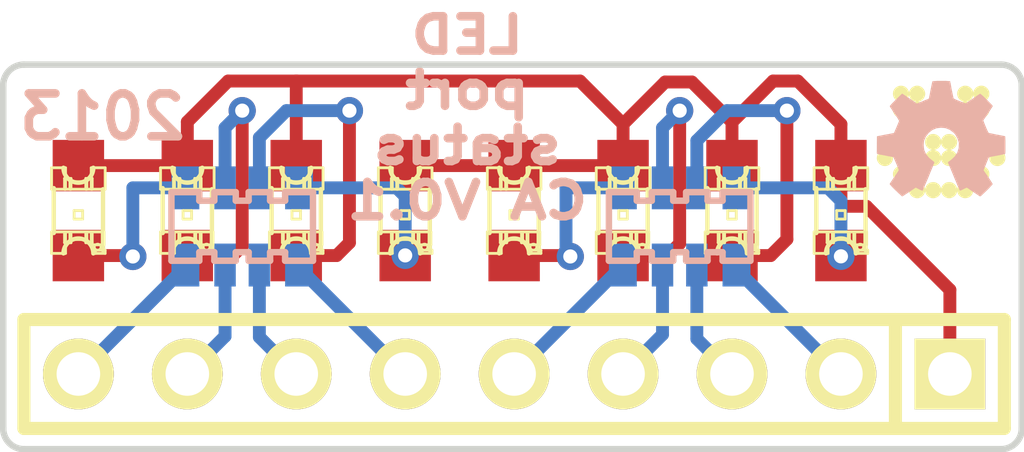
<source format=kicad_pcb>
(kicad_pcb (version 20171130) (host pcbnew "(5.1.12)-1")

  (general
    (thickness 1.6)
    (drawings 14)
    (tracks 89)
    (zones 0)
    (modules 13)
    (nets 18)
  )

  (page A4)
  (title_block
    (title "LED_port-status CA")
    (date "03 Jul 2013")
    (rev 0.1)
    (company "2013 - blog.spitzenpfeil.org")
  )

  (layers
    (0 Front signal)
    (31 Back signal)
    (34 B.Paste user)
    (35 F.Paste user hide)
    (36 B.SilkS user)
    (37 F.SilkS user)
    (38 B.Mask user)
    (39 F.Mask user)
    (40 Dwgs.User user)
    (44 Edge.Cuts user)
  )

  (setup
    (last_trace_width 0.3)
    (user_trace_width 0.254)
    (trace_clearance 0.2)
    (zone_clearance 0.2)
    (zone_45_only no)
    (trace_min 0.254)
    (via_size 0.635)
    (via_drill 0.3302)
    (via_min_size 0.635)
    (via_min_drill 0.3302)
    (uvia_size 0.508)
    (uvia_drill 0.127)
    (uvias_allowed no)
    (uvia_min_size 0.508)
    (uvia_min_drill 0.127)
    (edge_width 0.15)
    (segment_width 0.2)
    (pcb_text_width 0.3)
    (pcb_text_size 1 1)
    (mod_edge_width 0.15)
    (mod_text_size 0.8 0.8)
    (mod_text_width 0.2)
    (pad_size 0.65 1)
    (pad_drill 0)
    (pad_to_mask_clearance 0)
    (pad_to_paste_clearance_ratio -0.1)
    (aux_axis_origin 0 0)
    (visible_elements 7FFFFFFF)
    (pcbplotparams
      (layerselection 0x00030_ffffffff)
      (usegerberextensions true)
      (usegerberattributes true)
      (usegerberadvancedattributes true)
      (creategerberjobfile true)
      (excludeedgelayer true)
      (linewidth 0.150000)
      (plotframeref false)
      (viasonmask false)
      (mode 1)
      (useauxorigin false)
      (hpglpennumber 1)
      (hpglpenspeed 20)
      (hpglpendiameter 15.000000)
      (psnegative false)
      (psa4output false)
      (plotreference true)
      (plotvalue true)
      (plotinvisibletext false)
      (padsonsilk false)
      (subtractmaskfromsilk true)
      (outputformat 1)
      (mirror false)
      (drillshape 0)
      (scaleselection 1)
      (outputdirectory "gerber_files/"))
  )

  (net 0 "")
  (net 1 N-000001)
  (net 2 N-0000010)
  (net 3 N-0000011)
  (net 4 N-0000012)
  (net 5 N-0000013)
  (net 6 N-0000014)
  (net 7 N-0000015)
  (net 8 N-0000016)
  (net 9 N-0000017)
  (net 10 N-000002)
  (net 11 N-000003)
  (net 12 N-000004)
  (net 13 N-000005)
  (net 14 N-000006)
  (net 15 N-000007)
  (net 16 N-000008)
  (net 17 N-000009)

  (net_class Default "This is the default net class."
    (clearance 0.2)
    (trace_width 0.3)
    (via_dia 0.635)
    (via_drill 0.3302)
    (uvia_dia 0.508)
    (uvia_drill 0.127)
    (add_net N-000001)
    (add_net N-0000010)
    (add_net N-0000011)
    (add_net N-0000012)
    (add_net N-0000013)
    (add_net N-0000014)
    (add_net N-0000015)
    (add_net N-0000016)
    (add_net N-0000017)
    (add_net N-000002)
    (add_net N-000003)
    (add_net N-000004)
    (add_net N-000005)
    (add_net N-000006)
    (add_net N-000007)
    (add_net N-000008)
    (add_net N-000009)
  )

  (module MADW__1206*4_resistor_array (layer Back) (tedit 51D324D7) (tstamp 5120CE32)
    (at 85.1 88 180)
    (path /5120CCDC)
    (clearance 0.3)
    (fp_text reference RP1 (at 0 2.5 180) (layer B.SilkS) hide
      (effects (font (size 0.8 0.8) (thickness 0.2)) (justify mirror))
    )
    (fp_text value 1k (at 0 -2.6 180) (layer B.SilkS) hide
      (effects (font (size 0.8 0.8) (thickness 0.2)) (justify mirror))
    )
    (fp_line (start -1.65 -0.8) (end -1.65 0.8) (layer B.SilkS) (width 0.15))
    (fp_line (start 1.65 0.8) (end 1.65 -0.8) (layer B.SilkS) (width 0.15))
    (fp_line (start -0.65 0.6) (end -0.65 0.8) (layer B.SilkS) (width 0.15))
    (fp_line (start -1 0.6) (end -0.65 0.6) (layer B.SilkS) (width 0.15))
    (fp_line (start -1 0.8) (end -1 0.6) (layer B.SilkS) (width 0.15))
    (fp_line (start 0.15 0.6) (end 0.15 0.8) (layer B.SilkS) (width 0.15))
    (fp_line (start -0.15 0.6) (end 0.15 0.6) (layer B.SilkS) (width 0.15))
    (fp_line (start -0.15 0.8) (end -0.15 0.6) (layer B.SilkS) (width 0.15))
    (fp_line (start 1 0.6) (end 1 0.8) (layer B.SilkS) (width 0.15))
    (fp_line (start 0.65 0.6) (end 1 0.6) (layer B.SilkS) (width 0.15))
    (fp_line (start 0.65 0.8) (end 0.65 0.6) (layer B.SilkS) (width 0.15))
    (fp_line (start -0.65 -0.6) (end -0.65 -0.8) (layer B.SilkS) (width 0.15))
    (fp_line (start -1 -0.6) (end -0.65 -0.6) (layer B.SilkS) (width 0.15))
    (fp_line (start -1 -0.8) (end -1 -0.6) (layer B.SilkS) (width 0.15))
    (fp_line (start 0.15 -0.6) (end 0.15 -0.8) (layer B.SilkS) (width 0.15))
    (fp_line (start -0.15 -0.6) (end 0.15 -0.6) (layer B.SilkS) (width 0.15))
    (fp_line (start -0.15 -0.8) (end -0.15 -0.6) (layer B.SilkS) (width 0.15))
    (fp_line (start 1 -0.6) (end 1 -0.8) (layer B.SilkS) (width 0.15))
    (fp_line (start 0.65 -0.6) (end 1 -0.6) (layer B.SilkS) (width 0.15))
    (fp_line (start 0.65 -0.8) (end 0.65 -0.6) (layer B.SilkS) (width 0.15))
    (fp_line (start -1.65 0.8) (end -1 0.8) (layer B.SilkS) (width 0.15))
    (fp_line (start -0.65 0.8) (end -0.15 0.8) (layer B.SilkS) (width 0.15))
    (fp_line (start 0.15 0.8) (end 0.65 0.8) (layer B.SilkS) (width 0.15))
    (fp_line (start 1 0.8) (end 1.65 0.8) (layer B.SilkS) (width 0.15))
    (fp_line (start -1.65 -0.8) (end -1 -0.8) (layer B.SilkS) (width 0.15))
    (fp_line (start -0.65 -0.8) (end -0.15 -0.8) (layer B.SilkS) (width 0.15))
    (fp_line (start 0.15 -0.8) (end 0.65 -0.8) (layer B.SilkS) (width 0.15))
    (fp_line (start 1 -0.8) (end 1.65 -0.8) (layer B.SilkS) (width 0.15))
    (pad 8 smd rect (at -1.325 0.9 180) (size 0.65 1) (layers Back B.Paste B.Mask)
      (net 5 N-0000013))
    (pad 7 smd rect (at -0.4 0.9 180) (size 0.5 1) (layers Back B.Paste B.Mask)
      (net 8 N-0000016))
    (pad 6 smd rect (at 0.4 0.9 180) (size 0.5 1) (layers Back B.Paste B.Mask)
      (net 6 N-0000014))
    (pad 5 smd rect (at 1.325 0.9 180) (size 0.65 1) (layers Back B.Paste B.Mask)
      (net 17 N-000009))
    (pad 1 smd rect (at -1.325 -0.9 180) (size 0.65 1) (layers Back B.Paste B.Mask)
      (net 12 N-000004))
    (pad 2 smd rect (at -0.4 -0.9 180) (size 0.5 1) (layers Back B.Paste B.Mask)
      (net 11 N-000003))
    (pad 3 smd rect (at 0.4 -0.9 180) (size 0.5 1) (layers Back B.Paste B.Mask)
      (net 10 N-000002))
    (pad 4 smd rect (at 1.325 -0.9 180) (size 0.65 1) (layers Back B.Paste B.Mask)
      (net 1 N-000001))
  )

  (module MADW__1206*4_resistor_array (layer Back) (tedit 51D32452) (tstamp 5120D39C)
    (at 95.3 88 180)
    (path /5120CD13)
    (clearance 0.3)
    (fp_text reference RP2 (at 0 2.5 180) (layer B.SilkS) hide
      (effects (font (size 0.8 0.8) (thickness 0.2)) (justify mirror))
    )
    (fp_text value 1k (at 0 -2.6 180) (layer B.SilkS) hide
      (effects (font (size 0.8 0.8) (thickness 0.2)) (justify mirror))
    )
    (fp_line (start -1.65 -0.8) (end -1.65 0.8) (layer B.SilkS) (width 0.15))
    (fp_line (start 1.65 0.8) (end 1.65 -0.8) (layer B.SilkS) (width 0.15))
    (fp_line (start -0.65 0.6) (end -0.65 0.8) (layer B.SilkS) (width 0.15))
    (fp_line (start -1 0.6) (end -0.65 0.6) (layer B.SilkS) (width 0.15))
    (fp_line (start -1 0.8) (end -1 0.6) (layer B.SilkS) (width 0.15))
    (fp_line (start 0.15 0.6) (end 0.15 0.8) (layer B.SilkS) (width 0.15))
    (fp_line (start -0.15 0.6) (end 0.15 0.6) (layer B.SilkS) (width 0.15))
    (fp_line (start -0.15 0.8) (end -0.15 0.6) (layer B.SilkS) (width 0.15))
    (fp_line (start 1 0.6) (end 1 0.8) (layer B.SilkS) (width 0.15))
    (fp_line (start 0.65 0.6) (end 1 0.6) (layer B.SilkS) (width 0.15))
    (fp_line (start 0.65 0.8) (end 0.65 0.6) (layer B.SilkS) (width 0.15))
    (fp_line (start -0.65 -0.6) (end -0.65 -0.8) (layer B.SilkS) (width 0.15))
    (fp_line (start -1 -0.6) (end -0.65 -0.6) (layer B.SilkS) (width 0.15))
    (fp_line (start -1 -0.8) (end -1 -0.6) (layer B.SilkS) (width 0.15))
    (fp_line (start 0.15 -0.6) (end 0.15 -0.8) (layer B.SilkS) (width 0.15))
    (fp_line (start -0.15 -0.6) (end 0.15 -0.6) (layer B.SilkS) (width 0.15))
    (fp_line (start -0.15 -0.8) (end -0.15 -0.6) (layer B.SilkS) (width 0.15))
    (fp_line (start 1 -0.6) (end 1 -0.8) (layer B.SilkS) (width 0.15))
    (fp_line (start 0.65 -0.6) (end 1 -0.6) (layer B.SilkS) (width 0.15))
    (fp_line (start 0.65 -0.8) (end 0.65 -0.6) (layer B.SilkS) (width 0.15))
    (fp_line (start -1.65 0.8) (end -1 0.8) (layer B.SilkS) (width 0.15))
    (fp_line (start -0.65 0.8) (end -0.15 0.8) (layer B.SilkS) (width 0.15))
    (fp_line (start 0.15 0.8) (end 0.65 0.8) (layer B.SilkS) (width 0.15))
    (fp_line (start 1 0.8) (end 1.65 0.8) (layer B.SilkS) (width 0.15))
    (fp_line (start -1.65 -0.8) (end -1 -0.8) (layer B.SilkS) (width 0.15))
    (fp_line (start -0.65 -0.8) (end -0.15 -0.8) (layer B.SilkS) (width 0.15))
    (fp_line (start 0.15 -0.8) (end 0.65 -0.8) (layer B.SilkS) (width 0.15))
    (fp_line (start 1 -0.8) (end 1.65 -0.8) (layer B.SilkS) (width 0.15))
    (pad 8 smd rect (at -1.325 0.9 180) (size 0.65 1) (layers Back B.Paste B.Mask)
      (net 3 N-0000011))
    (pad 7 smd rect (at -0.4 0.9 180) (size 0.5 1) (layers Back B.Paste B.Mask)
      (net 7 N-0000015))
    (pad 6 smd rect (at 0.4 0.9 180) (size 0.5 1) (layers Back B.Paste B.Mask)
      (net 2 N-0000010))
    (pad 5 smd rect (at 1.325 0.9 180) (size 0.65 1) (layers Back B.Paste B.Mask)
      (net 4 N-0000012))
    (pad 1 smd rect (at -1.325 -0.9 180) (size 0.65 1) (layers Back B.Paste B.Mask)
      (net 16 N-000008))
    (pad 2 smd rect (at -0.4 -0.9 180) (size 0.5 1) (layers Back B.Paste B.Mask)
      (net 15 N-000007))
    (pad 3 smd rect (at 0.4 -0.9 180) (size 0.5 1) (layers Back B.Paste B.Mask)
      (net 14 N-000006))
    (pad 4 smd rect (at 1.325 -0.9 180) (size 0.65 1) (layers Back B.Paste B.Mask)
      (net 13 N-000005))
  )

  (module SIL-9 (layer Front) (tedit 5119141C) (tstamp 50C627EA)
    (at 91.44 91.44 180)
    (descr "Connecteur 9 pins")
    (tags "CONN DEV")
    (path /50C62311)
    (fp_text reference P1 (at -7.62 2.54 180) (layer F.SilkS) hide
      (effects (font (size 0.8 0.8) (thickness 0.2)))
    )
    (fp_text value CONN_9 (at 2.54 2.54 180) (layer F.SilkS) hide
      (effects (font (size 0.8 0.8) (thickness 0.2)))
    )
    (fp_line (start -8.89 -1.27) (end -8.89 1.27) (layer F.SilkS) (width 0.3048))
    (fp_line (start 11.43 -1.27) (end -11.43 -1.27) (layer F.SilkS) (width 0.3048))
    (fp_line (start -11.43 1.27) (end -11.43 -1.27) (layer F.SilkS) (width 0.3048))
    (fp_line (start 11.43 1.27) (end -11.43 1.27) (layer F.SilkS) (width 0.3048))
    (fp_line (start 11.43 -1.27) (end 11.43 1.27) (layer F.SilkS) (width 0.3048))
    (pad 1 thru_hole rect (at -10.16 0 180) (size 1.65 1.65) (drill 1.016) (layers *.Cu *.Mask F.SilkS)
      (net 9 N-0000017))
    (pad 2 thru_hole circle (at -7.62 0 180) (size 1.65 1.65) (drill 1.016) (layers *.Cu *.Mask F.SilkS)
      (net 16 N-000008))
    (pad 3 thru_hole circle (at -5.08 0 180) (size 1.65 1.65) (drill 1.016) (layers *.Cu *.Mask F.SilkS)
      (net 15 N-000007))
    (pad 4 thru_hole circle (at -2.54 0 180) (size 1.65 1.65) (drill 1.016) (layers *.Cu *.Mask F.SilkS)
      (net 14 N-000006))
    (pad 5 thru_hole circle (at 0 0 180) (size 1.65 1.65) (drill 1.016) (layers *.Cu *.Mask F.SilkS)
      (net 13 N-000005))
    (pad 6 thru_hole circle (at 2.54 0 180) (size 1.65 1.65) (drill 1.016) (layers *.Cu *.Mask F.SilkS)
      (net 12 N-000004))
    (pad 7 thru_hole circle (at 5.08 0 180) (size 1.65 1.65) (drill 1.016) (layers *.Cu *.Mask F.SilkS)
      (net 11 N-000003))
    (pad 8 thru_hole circle (at 7.62 0 180) (size 1.65 1.65) (drill 1.016) (layers *.Cu *.Mask F.SilkS)
      (net 10 N-000002))
    (pad 9 thru_hole circle (at 10.16 0 180) (size 1.65 1.65) (drill 1.016) (layers *.Cu *.Mask F.SilkS)
      (net 1 N-000001))
  )

  (module LED-0805 (layer Front) (tedit 50C63A7E) (tstamp 50C63839)
    (at 81.28 87.63 270)
    (descr "LED 0805 smd package")
    (tags "LED 0805 SMD")
    (path /50C62534)
    (attr smd)
    (fp_text reference D1 (at 0 -1.27 270) (layer F.SilkS) hide
      (effects (font (size 0.8 0.8) (thickness 0.2)))
    )
    (fp_text value LED (at 0 1.27 270) (layer F.SilkS) hide
      (effects (font (size 0.8 0.8) (thickness 0.2)))
    )
    (fp_circle (center 0.84836 -0.44958) (end 0.89916 -0.50038) (layer F.SilkS) (width 0.0508))
    (fp_line (start -0.49784 -0.57404) (end 0.92456 -0.57404) (layer F.SilkS) (width 0.1016))
    (fp_line (start 0.52324 0.57404) (end -0.52324 0.57404) (layer F.SilkS) (width 0.1016))
    (fp_line (start 0.92456 -0.62484) (end 0.99822 -0.62484) (layer F.SilkS) (width 0.06604))
    (fp_line (start 0.99822 -0.62484) (end 0.99822 -0.39878) (layer F.SilkS) (width 0.06604))
    (fp_line (start 0.92456 -0.39878) (end 0.99822 -0.39878) (layer F.SilkS) (width 0.06604))
    (fp_line (start 0.92456 -0.62484) (end 0.92456 -0.39878) (layer F.SilkS) (width 0.06604))
    (fp_line (start 0.49784 -0.59944) (end 0.79756 -0.59944) (layer F.SilkS) (width 0.06604))
    (fp_line (start 0.79756 -0.59944) (end 0.79756 -0.29972) (layer F.SilkS) (width 0.06604))
    (fp_line (start 0.49784 -0.29972) (end 0.79756 -0.29972) (layer F.SilkS) (width 0.06604))
    (fp_line (start 0.49784 -0.59944) (end 0.49784 -0.29972) (layer F.SilkS) (width 0.06604))
    (fp_line (start 0 -0.09906) (end 0.19812 -0.09906) (layer F.SilkS) (width 0.06604))
    (fp_line (start 0.19812 -0.09906) (end 0.19812 0.09906) (layer F.SilkS) (width 0.06604))
    (fp_line (start 0 0.09906) (end 0.19812 0.09906) (layer F.SilkS) (width 0.06604))
    (fp_line (start 0 -0.09906) (end 0 0.09906) (layer F.SilkS) (width 0.06604))
    (fp_line (start -0.6731 -0.19812) (end -0.49784 -0.19812) (layer F.SilkS) (width 0.06604))
    (fp_line (start -0.49784 -0.19812) (end -0.49784 0.19812) (layer F.SilkS) (width 0.06604))
    (fp_line (start -0.6731 0.19812) (end -0.49784 0.19812) (layer F.SilkS) (width 0.06604))
    (fp_line (start -0.6731 -0.19812) (end -0.6731 0.19812) (layer F.SilkS) (width 0.06604))
    (fp_line (start -0.7493 -0.32258) (end -0.49784 -0.32258) (layer F.SilkS) (width 0.06604))
    (fp_line (start -0.49784 -0.32258) (end -0.49784 -0.17272) (layer F.SilkS) (width 0.06604))
    (fp_line (start -0.7493 -0.17272) (end -0.49784 -0.17272) (layer F.SilkS) (width 0.06604))
    (fp_line (start -0.7493 -0.32258) (end -0.7493 -0.17272) (layer F.SilkS) (width 0.06604))
    (fp_line (start -0.7493 0.17272) (end -0.49784 0.17272) (layer F.SilkS) (width 0.06604))
    (fp_line (start -0.49784 0.17272) (end -0.49784 0.32258) (layer F.SilkS) (width 0.06604))
    (fp_line (start -0.7493 0.32258) (end -0.49784 0.32258) (layer F.SilkS) (width 0.06604))
    (fp_line (start -0.7493 0.17272) (end -0.7493 0.32258) (layer F.SilkS) (width 0.06604))
    (fp_line (start -0.99822 -0.62484) (end -0.49784 -0.62484) (layer F.SilkS) (width 0.06604))
    (fp_line (start -0.49784 -0.62484) (end -0.49784 -0.29972) (layer F.SilkS) (width 0.06604))
    (fp_line (start -0.99822 -0.29972) (end -0.49784 -0.29972) (layer F.SilkS) (width 0.06604))
    (fp_line (start -0.99822 -0.62484) (end -0.99822 -0.29972) (layer F.SilkS) (width 0.06604))
    (fp_line (start -0.99822 0.29972) (end -0.49784 0.29972) (layer F.SilkS) (width 0.06604))
    (fp_line (start -0.49784 0.29972) (end -0.49784 0.62484) (layer F.SilkS) (width 0.06604))
    (fp_line (start -0.99822 0.62484) (end -0.49784 0.62484) (layer F.SilkS) (width 0.06604))
    (fp_line (start -0.99822 0.29972) (end -0.99822 0.62484) (layer F.SilkS) (width 0.06604))
    (fp_line (start 0.49784 -0.19812) (end 0.6731 -0.19812) (layer F.SilkS) (width 0.06604))
    (fp_line (start 0.6731 -0.19812) (end 0.6731 0.19812) (layer F.SilkS) (width 0.06604))
    (fp_line (start 0.49784 0.19812) (end 0.6731 0.19812) (layer F.SilkS) (width 0.06604))
    (fp_line (start 0.49784 -0.19812) (end 0.49784 0.19812) (layer F.SilkS) (width 0.06604))
    (fp_line (start 0.49784 0.17272) (end 0.7493 0.17272) (layer F.SilkS) (width 0.06604))
    (fp_line (start 0.7493 0.17272) (end 0.7493 0.32258) (layer F.SilkS) (width 0.06604))
    (fp_line (start 0.49784 0.32258) (end 0.7493 0.32258) (layer F.SilkS) (width 0.06604))
    (fp_line (start 0.49784 0.17272) (end 0.49784 0.32258) (layer F.SilkS) (width 0.06604))
    (fp_line (start 0.49784 -0.32258) (end 0.7493 -0.32258) (layer F.SilkS) (width 0.06604))
    (fp_line (start 0.7493 -0.32258) (end 0.7493 -0.17272) (layer F.SilkS) (width 0.06604))
    (fp_line (start 0.49784 -0.17272) (end 0.7493 -0.17272) (layer F.SilkS) (width 0.06604))
    (fp_line (start 0.49784 -0.32258) (end 0.49784 -0.17272) (layer F.SilkS) (width 0.06604))
    (fp_line (start 0.49784 0.29972) (end 0.99822 0.29972) (layer F.SilkS) (width 0.06604))
    (fp_line (start 0.99822 0.29972) (end 0.99822 0.62484) (layer F.SilkS) (width 0.06604))
    (fp_line (start 0.49784 0.62484) (end 0.99822 0.62484) (layer F.SilkS) (width 0.06604))
    (fp_line (start 0.49784 0.29972) (end 0.49784 0.62484) (layer F.SilkS) (width 0.06604))
    (fp_arc (start 0.99822 0) (end 0.99822 0.34798) (angle 180) (layer F.SilkS) (width 0.1016))
    (fp_arc (start -0.99822 0) (end -0.99822 -0.34798) (angle 180) (layer F.SilkS) (width 0.1016))
    (pad 1 smd rect (at -1.04902 0 270) (size 1.19888 1.19888) (layers Front F.Paste F.Mask)
      (net 9 N-0000017))
    (pad 2 smd rect (at 1.04902 0 270) (size 1.19888 1.19888) (layers Front F.Paste F.Mask)
      (net 17 N-000009))
  )

  (module LED-0805 (layer Front) (tedit 50C63AA4) (tstamp 50C6381D)
    (at 96.52 87.63 270)
    (descr "LED 0805 smd package")
    (tags "LED 0805 SMD")
    (path /50C625A2)
    (attr smd)
    (fp_text reference D7 (at 0 -1.27 270) (layer F.SilkS) hide
      (effects (font (size 0.8 0.8) (thickness 0.2)))
    )
    (fp_text value LED (at 0 1.27 270) (layer F.SilkS) hide
      (effects (font (size 0.8 0.8) (thickness 0.2)))
    )
    (fp_circle (center 0.84836 -0.44958) (end 0.89916 -0.50038) (layer F.SilkS) (width 0.0508))
    (fp_line (start -0.49784 -0.57404) (end 0.92456 -0.57404) (layer F.SilkS) (width 0.1016))
    (fp_line (start 0.52324 0.57404) (end -0.52324 0.57404) (layer F.SilkS) (width 0.1016))
    (fp_line (start 0.92456 -0.62484) (end 0.99822 -0.62484) (layer F.SilkS) (width 0.06604))
    (fp_line (start 0.99822 -0.62484) (end 0.99822 -0.39878) (layer F.SilkS) (width 0.06604))
    (fp_line (start 0.92456 -0.39878) (end 0.99822 -0.39878) (layer F.SilkS) (width 0.06604))
    (fp_line (start 0.92456 -0.62484) (end 0.92456 -0.39878) (layer F.SilkS) (width 0.06604))
    (fp_line (start 0.49784 -0.59944) (end 0.79756 -0.59944) (layer F.SilkS) (width 0.06604))
    (fp_line (start 0.79756 -0.59944) (end 0.79756 -0.29972) (layer F.SilkS) (width 0.06604))
    (fp_line (start 0.49784 -0.29972) (end 0.79756 -0.29972) (layer F.SilkS) (width 0.06604))
    (fp_line (start 0.49784 -0.59944) (end 0.49784 -0.29972) (layer F.SilkS) (width 0.06604))
    (fp_line (start 0 -0.09906) (end 0.19812 -0.09906) (layer F.SilkS) (width 0.06604))
    (fp_line (start 0.19812 -0.09906) (end 0.19812 0.09906) (layer F.SilkS) (width 0.06604))
    (fp_line (start 0 0.09906) (end 0.19812 0.09906) (layer F.SilkS) (width 0.06604))
    (fp_line (start 0 -0.09906) (end 0 0.09906) (layer F.SilkS) (width 0.06604))
    (fp_line (start -0.6731 -0.19812) (end -0.49784 -0.19812) (layer F.SilkS) (width 0.06604))
    (fp_line (start -0.49784 -0.19812) (end -0.49784 0.19812) (layer F.SilkS) (width 0.06604))
    (fp_line (start -0.6731 0.19812) (end -0.49784 0.19812) (layer F.SilkS) (width 0.06604))
    (fp_line (start -0.6731 -0.19812) (end -0.6731 0.19812) (layer F.SilkS) (width 0.06604))
    (fp_line (start -0.7493 -0.32258) (end -0.49784 -0.32258) (layer F.SilkS) (width 0.06604))
    (fp_line (start -0.49784 -0.32258) (end -0.49784 -0.17272) (layer F.SilkS) (width 0.06604))
    (fp_line (start -0.7493 -0.17272) (end -0.49784 -0.17272) (layer F.SilkS) (width 0.06604))
    (fp_line (start -0.7493 -0.32258) (end -0.7493 -0.17272) (layer F.SilkS) (width 0.06604))
    (fp_line (start -0.7493 0.17272) (end -0.49784 0.17272) (layer F.SilkS) (width 0.06604))
    (fp_line (start -0.49784 0.17272) (end -0.49784 0.32258) (layer F.SilkS) (width 0.06604))
    (fp_line (start -0.7493 0.32258) (end -0.49784 0.32258) (layer F.SilkS) (width 0.06604))
    (fp_line (start -0.7493 0.17272) (end -0.7493 0.32258) (layer F.SilkS) (width 0.06604))
    (fp_line (start -0.99822 -0.62484) (end -0.49784 -0.62484) (layer F.SilkS) (width 0.06604))
    (fp_line (start -0.49784 -0.62484) (end -0.49784 -0.29972) (layer F.SilkS) (width 0.06604))
    (fp_line (start -0.99822 -0.29972) (end -0.49784 -0.29972) (layer F.SilkS) (width 0.06604))
    (fp_line (start -0.99822 -0.62484) (end -0.99822 -0.29972) (layer F.SilkS) (width 0.06604))
    (fp_line (start -0.99822 0.29972) (end -0.49784 0.29972) (layer F.SilkS) (width 0.06604))
    (fp_line (start -0.49784 0.29972) (end -0.49784 0.62484) (layer F.SilkS) (width 0.06604))
    (fp_line (start -0.99822 0.62484) (end -0.49784 0.62484) (layer F.SilkS) (width 0.06604))
    (fp_line (start -0.99822 0.29972) (end -0.99822 0.62484) (layer F.SilkS) (width 0.06604))
    (fp_line (start 0.49784 -0.19812) (end 0.6731 -0.19812) (layer F.SilkS) (width 0.06604))
    (fp_line (start 0.6731 -0.19812) (end 0.6731 0.19812) (layer F.SilkS) (width 0.06604))
    (fp_line (start 0.49784 0.19812) (end 0.6731 0.19812) (layer F.SilkS) (width 0.06604))
    (fp_line (start 0.49784 -0.19812) (end 0.49784 0.19812) (layer F.SilkS) (width 0.06604))
    (fp_line (start 0.49784 0.17272) (end 0.7493 0.17272) (layer F.SilkS) (width 0.06604))
    (fp_line (start 0.7493 0.17272) (end 0.7493 0.32258) (layer F.SilkS) (width 0.06604))
    (fp_line (start 0.49784 0.32258) (end 0.7493 0.32258) (layer F.SilkS) (width 0.06604))
    (fp_line (start 0.49784 0.17272) (end 0.49784 0.32258) (layer F.SilkS) (width 0.06604))
    (fp_line (start 0.49784 -0.32258) (end 0.7493 -0.32258) (layer F.SilkS) (width 0.06604))
    (fp_line (start 0.7493 -0.32258) (end 0.7493 -0.17272) (layer F.SilkS) (width 0.06604))
    (fp_line (start 0.49784 -0.17272) (end 0.7493 -0.17272) (layer F.SilkS) (width 0.06604))
    (fp_line (start 0.49784 -0.32258) (end 0.49784 -0.17272) (layer F.SilkS) (width 0.06604))
    (fp_line (start 0.49784 0.29972) (end 0.99822 0.29972) (layer F.SilkS) (width 0.06604))
    (fp_line (start 0.99822 0.29972) (end 0.99822 0.62484) (layer F.SilkS) (width 0.06604))
    (fp_line (start 0.49784 0.62484) (end 0.99822 0.62484) (layer F.SilkS) (width 0.06604))
    (fp_line (start 0.49784 0.29972) (end 0.49784 0.62484) (layer F.SilkS) (width 0.06604))
    (fp_arc (start 0.99822 0) (end 0.99822 0.34798) (angle 180) (layer F.SilkS) (width 0.1016))
    (fp_arc (start -0.99822 0) (end -0.99822 -0.34798) (angle 180) (layer F.SilkS) (width 0.1016))
    (pad 1 smd rect (at -1.04902 0 270) (size 1.19888 1.19888) (layers Front F.Paste F.Mask)
      (net 9 N-0000017))
    (pad 2 smd rect (at 1.04902 0 270) (size 1.19888 1.19888) (layers Front F.Paste F.Mask)
      (net 7 N-0000015))
  )

  (module LED-0805 (layer Front) (tedit 50C63A83) (tstamp 50C63801)
    (at 83.82 87.63 270)
    (descr "LED 0805 smd package")
    (tags "LED 0805 SMD")
    (path /50C6254D)
    (attr smd)
    (fp_text reference D2 (at 0 -1.27 270) (layer F.SilkS) hide
      (effects (font (size 0.8 0.8) (thickness 0.2)))
    )
    (fp_text value LED (at 0 1.27 270) (layer F.SilkS) hide
      (effects (font (size 0.8 0.8) (thickness 0.2)))
    )
    (fp_circle (center 0.84836 -0.44958) (end 0.89916 -0.50038) (layer F.SilkS) (width 0.0508))
    (fp_line (start -0.49784 -0.57404) (end 0.92456 -0.57404) (layer F.SilkS) (width 0.1016))
    (fp_line (start 0.52324 0.57404) (end -0.52324 0.57404) (layer F.SilkS) (width 0.1016))
    (fp_line (start 0.92456 -0.62484) (end 0.99822 -0.62484) (layer F.SilkS) (width 0.06604))
    (fp_line (start 0.99822 -0.62484) (end 0.99822 -0.39878) (layer F.SilkS) (width 0.06604))
    (fp_line (start 0.92456 -0.39878) (end 0.99822 -0.39878) (layer F.SilkS) (width 0.06604))
    (fp_line (start 0.92456 -0.62484) (end 0.92456 -0.39878) (layer F.SilkS) (width 0.06604))
    (fp_line (start 0.49784 -0.59944) (end 0.79756 -0.59944) (layer F.SilkS) (width 0.06604))
    (fp_line (start 0.79756 -0.59944) (end 0.79756 -0.29972) (layer F.SilkS) (width 0.06604))
    (fp_line (start 0.49784 -0.29972) (end 0.79756 -0.29972) (layer F.SilkS) (width 0.06604))
    (fp_line (start 0.49784 -0.59944) (end 0.49784 -0.29972) (layer F.SilkS) (width 0.06604))
    (fp_line (start 0 -0.09906) (end 0.19812 -0.09906) (layer F.SilkS) (width 0.06604))
    (fp_line (start 0.19812 -0.09906) (end 0.19812 0.09906) (layer F.SilkS) (width 0.06604))
    (fp_line (start 0 0.09906) (end 0.19812 0.09906) (layer F.SilkS) (width 0.06604))
    (fp_line (start 0 -0.09906) (end 0 0.09906) (layer F.SilkS) (width 0.06604))
    (fp_line (start -0.6731 -0.19812) (end -0.49784 -0.19812) (layer F.SilkS) (width 0.06604))
    (fp_line (start -0.49784 -0.19812) (end -0.49784 0.19812) (layer F.SilkS) (width 0.06604))
    (fp_line (start -0.6731 0.19812) (end -0.49784 0.19812) (layer F.SilkS) (width 0.06604))
    (fp_line (start -0.6731 -0.19812) (end -0.6731 0.19812) (layer F.SilkS) (width 0.06604))
    (fp_line (start -0.7493 -0.32258) (end -0.49784 -0.32258) (layer F.SilkS) (width 0.06604))
    (fp_line (start -0.49784 -0.32258) (end -0.49784 -0.17272) (layer F.SilkS) (width 0.06604))
    (fp_line (start -0.7493 -0.17272) (end -0.49784 -0.17272) (layer F.SilkS) (width 0.06604))
    (fp_line (start -0.7493 -0.32258) (end -0.7493 -0.17272) (layer F.SilkS) (width 0.06604))
    (fp_line (start -0.7493 0.17272) (end -0.49784 0.17272) (layer F.SilkS) (width 0.06604))
    (fp_line (start -0.49784 0.17272) (end -0.49784 0.32258) (layer F.SilkS) (width 0.06604))
    (fp_line (start -0.7493 0.32258) (end -0.49784 0.32258) (layer F.SilkS) (width 0.06604))
    (fp_line (start -0.7493 0.17272) (end -0.7493 0.32258) (layer F.SilkS) (width 0.06604))
    (fp_line (start -0.99822 -0.62484) (end -0.49784 -0.62484) (layer F.SilkS) (width 0.06604))
    (fp_line (start -0.49784 -0.62484) (end -0.49784 -0.29972) (layer F.SilkS) (width 0.06604))
    (fp_line (start -0.99822 -0.29972) (end -0.49784 -0.29972) (layer F.SilkS) (width 0.06604))
    (fp_line (start -0.99822 -0.62484) (end -0.99822 -0.29972) (layer F.SilkS) (width 0.06604))
    (fp_line (start -0.99822 0.29972) (end -0.49784 0.29972) (layer F.SilkS) (width 0.06604))
    (fp_line (start -0.49784 0.29972) (end -0.49784 0.62484) (layer F.SilkS) (width 0.06604))
    (fp_line (start -0.99822 0.62484) (end -0.49784 0.62484) (layer F.SilkS) (width 0.06604))
    (fp_line (start -0.99822 0.29972) (end -0.99822 0.62484) (layer F.SilkS) (width 0.06604))
    (fp_line (start 0.49784 -0.19812) (end 0.6731 -0.19812) (layer F.SilkS) (width 0.06604))
    (fp_line (start 0.6731 -0.19812) (end 0.6731 0.19812) (layer F.SilkS) (width 0.06604))
    (fp_line (start 0.49784 0.19812) (end 0.6731 0.19812) (layer F.SilkS) (width 0.06604))
    (fp_line (start 0.49784 -0.19812) (end 0.49784 0.19812) (layer F.SilkS) (width 0.06604))
    (fp_line (start 0.49784 0.17272) (end 0.7493 0.17272) (layer F.SilkS) (width 0.06604))
    (fp_line (start 0.7493 0.17272) (end 0.7493 0.32258) (layer F.SilkS) (width 0.06604))
    (fp_line (start 0.49784 0.32258) (end 0.7493 0.32258) (layer F.SilkS) (width 0.06604))
    (fp_line (start 0.49784 0.17272) (end 0.49784 0.32258) (layer F.SilkS) (width 0.06604))
    (fp_line (start 0.49784 -0.32258) (end 0.7493 -0.32258) (layer F.SilkS) (width 0.06604))
    (fp_line (start 0.7493 -0.32258) (end 0.7493 -0.17272) (layer F.SilkS) (width 0.06604))
    (fp_line (start 0.49784 -0.17272) (end 0.7493 -0.17272) (layer F.SilkS) (width 0.06604))
    (fp_line (start 0.49784 -0.32258) (end 0.49784 -0.17272) (layer F.SilkS) (width 0.06604))
    (fp_line (start 0.49784 0.29972) (end 0.99822 0.29972) (layer F.SilkS) (width 0.06604))
    (fp_line (start 0.99822 0.29972) (end 0.99822 0.62484) (layer F.SilkS) (width 0.06604))
    (fp_line (start 0.49784 0.62484) (end 0.99822 0.62484) (layer F.SilkS) (width 0.06604))
    (fp_line (start 0.49784 0.29972) (end 0.49784 0.62484) (layer F.SilkS) (width 0.06604))
    (fp_arc (start 0.99822 0) (end 0.99822 0.34798) (angle 180) (layer F.SilkS) (width 0.1016))
    (fp_arc (start -0.99822 0) (end -0.99822 -0.34798) (angle 180) (layer F.SilkS) (width 0.1016))
    (pad 1 smd rect (at -1.04902 0 270) (size 1.19888 1.19888) (layers Front F.Paste F.Mask)
      (net 9 N-0000017))
    (pad 2 smd rect (at 1.04902 0 270) (size 1.19888 1.19888) (layers Front F.Paste F.Mask)
      (net 6 N-0000014))
  )

  (module LED-0805 (layer Front) (tedit 50C63A8B) (tstamp 50C637E5)
    (at 86.36 87.63 270)
    (descr "LED 0805 smd package")
    (tags "LED 0805 SMD")
    (path /50C6255C)
    (attr smd)
    (fp_text reference D3 (at 0 -1.27 270) (layer F.SilkS) hide
      (effects (font (size 0.8 0.8) (thickness 0.2)))
    )
    (fp_text value LED (at 0 1.27 270) (layer F.SilkS) hide
      (effects (font (size 0.8 0.8) (thickness 0.2)))
    )
    (fp_circle (center 0.84836 -0.44958) (end 0.89916 -0.50038) (layer F.SilkS) (width 0.0508))
    (fp_line (start -0.49784 -0.57404) (end 0.92456 -0.57404) (layer F.SilkS) (width 0.1016))
    (fp_line (start 0.52324 0.57404) (end -0.52324 0.57404) (layer F.SilkS) (width 0.1016))
    (fp_line (start 0.92456 -0.62484) (end 0.99822 -0.62484) (layer F.SilkS) (width 0.06604))
    (fp_line (start 0.99822 -0.62484) (end 0.99822 -0.39878) (layer F.SilkS) (width 0.06604))
    (fp_line (start 0.92456 -0.39878) (end 0.99822 -0.39878) (layer F.SilkS) (width 0.06604))
    (fp_line (start 0.92456 -0.62484) (end 0.92456 -0.39878) (layer F.SilkS) (width 0.06604))
    (fp_line (start 0.49784 -0.59944) (end 0.79756 -0.59944) (layer F.SilkS) (width 0.06604))
    (fp_line (start 0.79756 -0.59944) (end 0.79756 -0.29972) (layer F.SilkS) (width 0.06604))
    (fp_line (start 0.49784 -0.29972) (end 0.79756 -0.29972) (layer F.SilkS) (width 0.06604))
    (fp_line (start 0.49784 -0.59944) (end 0.49784 -0.29972) (layer F.SilkS) (width 0.06604))
    (fp_line (start 0 -0.09906) (end 0.19812 -0.09906) (layer F.SilkS) (width 0.06604))
    (fp_line (start 0.19812 -0.09906) (end 0.19812 0.09906) (layer F.SilkS) (width 0.06604))
    (fp_line (start 0 0.09906) (end 0.19812 0.09906) (layer F.SilkS) (width 0.06604))
    (fp_line (start 0 -0.09906) (end 0 0.09906) (layer F.SilkS) (width 0.06604))
    (fp_line (start -0.6731 -0.19812) (end -0.49784 -0.19812) (layer F.SilkS) (width 0.06604))
    (fp_line (start -0.49784 -0.19812) (end -0.49784 0.19812) (layer F.SilkS) (width 0.06604))
    (fp_line (start -0.6731 0.19812) (end -0.49784 0.19812) (layer F.SilkS) (width 0.06604))
    (fp_line (start -0.6731 -0.19812) (end -0.6731 0.19812) (layer F.SilkS) (width 0.06604))
    (fp_line (start -0.7493 -0.32258) (end -0.49784 -0.32258) (layer F.SilkS) (width 0.06604))
    (fp_line (start -0.49784 -0.32258) (end -0.49784 -0.17272) (layer F.SilkS) (width 0.06604))
    (fp_line (start -0.7493 -0.17272) (end -0.49784 -0.17272) (layer F.SilkS) (width 0.06604))
    (fp_line (start -0.7493 -0.32258) (end -0.7493 -0.17272) (layer F.SilkS) (width 0.06604))
    (fp_line (start -0.7493 0.17272) (end -0.49784 0.17272) (layer F.SilkS) (width 0.06604))
    (fp_line (start -0.49784 0.17272) (end -0.49784 0.32258) (layer F.SilkS) (width 0.06604))
    (fp_line (start -0.7493 0.32258) (end -0.49784 0.32258) (layer F.SilkS) (width 0.06604))
    (fp_line (start -0.7493 0.17272) (end -0.7493 0.32258) (layer F.SilkS) (width 0.06604))
    (fp_line (start -0.99822 -0.62484) (end -0.49784 -0.62484) (layer F.SilkS) (width 0.06604))
    (fp_line (start -0.49784 -0.62484) (end -0.49784 -0.29972) (layer F.SilkS) (width 0.06604))
    (fp_line (start -0.99822 -0.29972) (end -0.49784 -0.29972) (layer F.SilkS) (width 0.06604))
    (fp_line (start -0.99822 -0.62484) (end -0.99822 -0.29972) (layer F.SilkS) (width 0.06604))
    (fp_line (start -0.99822 0.29972) (end -0.49784 0.29972) (layer F.SilkS) (width 0.06604))
    (fp_line (start -0.49784 0.29972) (end -0.49784 0.62484) (layer F.SilkS) (width 0.06604))
    (fp_line (start -0.99822 0.62484) (end -0.49784 0.62484) (layer F.SilkS) (width 0.06604))
    (fp_line (start -0.99822 0.29972) (end -0.99822 0.62484) (layer F.SilkS) (width 0.06604))
    (fp_line (start 0.49784 -0.19812) (end 0.6731 -0.19812) (layer F.SilkS) (width 0.06604))
    (fp_line (start 0.6731 -0.19812) (end 0.6731 0.19812) (layer F.SilkS) (width 0.06604))
    (fp_line (start 0.49784 0.19812) (end 0.6731 0.19812) (layer F.SilkS) (width 0.06604))
    (fp_line (start 0.49784 -0.19812) (end 0.49784 0.19812) (layer F.SilkS) (width 0.06604))
    (fp_line (start 0.49784 0.17272) (end 0.7493 0.17272) (layer F.SilkS) (width 0.06604))
    (fp_line (start 0.7493 0.17272) (end 0.7493 0.32258) (layer F.SilkS) (width 0.06604))
    (fp_line (start 0.49784 0.32258) (end 0.7493 0.32258) (layer F.SilkS) (width 0.06604))
    (fp_line (start 0.49784 0.17272) (end 0.49784 0.32258) (layer F.SilkS) (width 0.06604))
    (fp_line (start 0.49784 -0.32258) (end 0.7493 -0.32258) (layer F.SilkS) (width 0.06604))
    (fp_line (start 0.7493 -0.32258) (end 0.7493 -0.17272) (layer F.SilkS) (width 0.06604))
    (fp_line (start 0.49784 -0.17272) (end 0.7493 -0.17272) (layer F.SilkS) (width 0.06604))
    (fp_line (start 0.49784 -0.32258) (end 0.49784 -0.17272) (layer F.SilkS) (width 0.06604))
    (fp_line (start 0.49784 0.29972) (end 0.99822 0.29972) (layer F.SilkS) (width 0.06604))
    (fp_line (start 0.99822 0.29972) (end 0.99822 0.62484) (layer F.SilkS) (width 0.06604))
    (fp_line (start 0.49784 0.62484) (end 0.99822 0.62484) (layer F.SilkS) (width 0.06604))
    (fp_line (start 0.49784 0.29972) (end 0.49784 0.62484) (layer F.SilkS) (width 0.06604))
    (fp_arc (start 0.99822 0) (end 0.99822 0.34798) (angle 180) (layer F.SilkS) (width 0.1016))
    (fp_arc (start -0.99822 0) (end -0.99822 -0.34798) (angle 180) (layer F.SilkS) (width 0.1016))
    (pad 1 smd rect (at -1.04902 0 270) (size 1.19888 1.19888) (layers Front F.Paste F.Mask)
      (net 9 N-0000017))
    (pad 2 smd rect (at 1.04902 0 270) (size 1.19888 1.19888) (layers Front F.Paste F.Mask)
      (net 8 N-0000016))
  )

  (module LED-0805 (layer Front) (tedit 50C63A91) (tstamp 50C637C9)
    (at 88.9 87.63 270)
    (descr "LED 0805 smd package")
    (tags "LED 0805 SMD")
    (path /50C6256B)
    (attr smd)
    (fp_text reference D4 (at 0 -1.27 270) (layer F.SilkS) hide
      (effects (font (size 0.8 0.8) (thickness 0.2)))
    )
    (fp_text value LED (at 0 1.27 270) (layer F.SilkS) hide
      (effects (font (size 0.8 0.8) (thickness 0.2)))
    )
    (fp_circle (center 0.84836 -0.44958) (end 0.89916 -0.50038) (layer F.SilkS) (width 0.0508))
    (fp_line (start -0.49784 -0.57404) (end 0.92456 -0.57404) (layer F.SilkS) (width 0.1016))
    (fp_line (start 0.52324 0.57404) (end -0.52324 0.57404) (layer F.SilkS) (width 0.1016))
    (fp_line (start 0.92456 -0.62484) (end 0.99822 -0.62484) (layer F.SilkS) (width 0.06604))
    (fp_line (start 0.99822 -0.62484) (end 0.99822 -0.39878) (layer F.SilkS) (width 0.06604))
    (fp_line (start 0.92456 -0.39878) (end 0.99822 -0.39878) (layer F.SilkS) (width 0.06604))
    (fp_line (start 0.92456 -0.62484) (end 0.92456 -0.39878) (layer F.SilkS) (width 0.06604))
    (fp_line (start 0.49784 -0.59944) (end 0.79756 -0.59944) (layer F.SilkS) (width 0.06604))
    (fp_line (start 0.79756 -0.59944) (end 0.79756 -0.29972) (layer F.SilkS) (width 0.06604))
    (fp_line (start 0.49784 -0.29972) (end 0.79756 -0.29972) (layer F.SilkS) (width 0.06604))
    (fp_line (start 0.49784 -0.59944) (end 0.49784 -0.29972) (layer F.SilkS) (width 0.06604))
    (fp_line (start 0 -0.09906) (end 0.19812 -0.09906) (layer F.SilkS) (width 0.06604))
    (fp_line (start 0.19812 -0.09906) (end 0.19812 0.09906) (layer F.SilkS) (width 0.06604))
    (fp_line (start 0 0.09906) (end 0.19812 0.09906) (layer F.SilkS) (width 0.06604))
    (fp_line (start 0 -0.09906) (end 0 0.09906) (layer F.SilkS) (width 0.06604))
    (fp_line (start -0.6731 -0.19812) (end -0.49784 -0.19812) (layer F.SilkS) (width 0.06604))
    (fp_line (start -0.49784 -0.19812) (end -0.49784 0.19812) (layer F.SilkS) (width 0.06604))
    (fp_line (start -0.6731 0.19812) (end -0.49784 0.19812) (layer F.SilkS) (width 0.06604))
    (fp_line (start -0.6731 -0.19812) (end -0.6731 0.19812) (layer F.SilkS) (width 0.06604))
    (fp_line (start -0.7493 -0.32258) (end -0.49784 -0.32258) (layer F.SilkS) (width 0.06604))
    (fp_line (start -0.49784 -0.32258) (end -0.49784 -0.17272) (layer F.SilkS) (width 0.06604))
    (fp_line (start -0.7493 -0.17272) (end -0.49784 -0.17272) (layer F.SilkS) (width 0.06604))
    (fp_line (start -0.7493 -0.32258) (end -0.7493 -0.17272) (layer F.SilkS) (width 0.06604))
    (fp_line (start -0.7493 0.17272) (end -0.49784 0.17272) (layer F.SilkS) (width 0.06604))
    (fp_line (start -0.49784 0.17272) (end -0.49784 0.32258) (layer F.SilkS) (width 0.06604))
    (fp_line (start -0.7493 0.32258) (end -0.49784 0.32258) (layer F.SilkS) (width 0.06604))
    (fp_line (start -0.7493 0.17272) (end -0.7493 0.32258) (layer F.SilkS) (width 0.06604))
    (fp_line (start -0.99822 -0.62484) (end -0.49784 -0.62484) (layer F.SilkS) (width 0.06604))
    (fp_line (start -0.49784 -0.62484) (end -0.49784 -0.29972) (layer F.SilkS) (width 0.06604))
    (fp_line (start -0.99822 -0.29972) (end -0.49784 -0.29972) (layer F.SilkS) (width 0.06604))
    (fp_line (start -0.99822 -0.62484) (end -0.99822 -0.29972) (layer F.SilkS) (width 0.06604))
    (fp_line (start -0.99822 0.29972) (end -0.49784 0.29972) (layer F.SilkS) (width 0.06604))
    (fp_line (start -0.49784 0.29972) (end -0.49784 0.62484) (layer F.SilkS) (width 0.06604))
    (fp_line (start -0.99822 0.62484) (end -0.49784 0.62484) (layer F.SilkS) (width 0.06604))
    (fp_line (start -0.99822 0.29972) (end -0.99822 0.62484) (layer F.SilkS) (width 0.06604))
    (fp_line (start 0.49784 -0.19812) (end 0.6731 -0.19812) (layer F.SilkS) (width 0.06604))
    (fp_line (start 0.6731 -0.19812) (end 0.6731 0.19812) (layer F.SilkS) (width 0.06604))
    (fp_line (start 0.49784 0.19812) (end 0.6731 0.19812) (layer F.SilkS) (width 0.06604))
    (fp_line (start 0.49784 -0.19812) (end 0.49784 0.19812) (layer F.SilkS) (width 0.06604))
    (fp_line (start 0.49784 0.17272) (end 0.7493 0.17272) (layer F.SilkS) (width 0.06604))
    (fp_line (start 0.7493 0.17272) (end 0.7493 0.32258) (layer F.SilkS) (width 0.06604))
    (fp_line (start 0.49784 0.32258) (end 0.7493 0.32258) (layer F.SilkS) (width 0.06604))
    (fp_line (start 0.49784 0.17272) (end 0.49784 0.32258) (layer F.SilkS) (width 0.06604))
    (fp_line (start 0.49784 -0.32258) (end 0.7493 -0.32258) (layer F.SilkS) (width 0.06604))
    (fp_line (start 0.7493 -0.32258) (end 0.7493 -0.17272) (layer F.SilkS) (width 0.06604))
    (fp_line (start 0.49784 -0.17272) (end 0.7493 -0.17272) (layer F.SilkS) (width 0.06604))
    (fp_line (start 0.49784 -0.32258) (end 0.49784 -0.17272) (layer F.SilkS) (width 0.06604))
    (fp_line (start 0.49784 0.29972) (end 0.99822 0.29972) (layer F.SilkS) (width 0.06604))
    (fp_line (start 0.99822 0.29972) (end 0.99822 0.62484) (layer F.SilkS) (width 0.06604))
    (fp_line (start 0.49784 0.62484) (end 0.99822 0.62484) (layer F.SilkS) (width 0.06604))
    (fp_line (start 0.49784 0.29972) (end 0.49784 0.62484) (layer F.SilkS) (width 0.06604))
    (fp_arc (start 0.99822 0) (end 0.99822 0.34798) (angle 180) (layer F.SilkS) (width 0.1016))
    (fp_arc (start -0.99822 0) (end -0.99822 -0.34798) (angle 180) (layer F.SilkS) (width 0.1016))
    (pad 1 smd rect (at -1.04902 0 270) (size 1.19888 1.19888) (layers Front F.Paste F.Mask)
      (net 9 N-0000017))
    (pad 2 smd rect (at 1.04902 0 270) (size 1.19888 1.19888) (layers Front F.Paste F.Mask)
      (net 5 N-0000013))
  )

  (module LED-0805 (layer Front) (tedit 50C63A97) (tstamp 50C637AD)
    (at 91.44 87.63 270)
    (descr "LED 0805 smd package")
    (tags "LED 0805 SMD")
    (path /50C6257A)
    (attr smd)
    (fp_text reference D5 (at 0 -1.27 270) (layer F.SilkS) hide
      (effects (font (size 0.8 0.8) (thickness 0.2)))
    )
    (fp_text value LED (at 0 1.27 270) (layer F.SilkS) hide
      (effects (font (size 0.8 0.8) (thickness 0.2)))
    )
    (fp_circle (center 0.84836 -0.44958) (end 0.89916 -0.50038) (layer F.SilkS) (width 0.0508))
    (fp_line (start -0.49784 -0.57404) (end 0.92456 -0.57404) (layer F.SilkS) (width 0.1016))
    (fp_line (start 0.52324 0.57404) (end -0.52324 0.57404) (layer F.SilkS) (width 0.1016))
    (fp_line (start 0.92456 -0.62484) (end 0.99822 -0.62484) (layer F.SilkS) (width 0.06604))
    (fp_line (start 0.99822 -0.62484) (end 0.99822 -0.39878) (layer F.SilkS) (width 0.06604))
    (fp_line (start 0.92456 -0.39878) (end 0.99822 -0.39878) (layer F.SilkS) (width 0.06604))
    (fp_line (start 0.92456 -0.62484) (end 0.92456 -0.39878) (layer F.SilkS) (width 0.06604))
    (fp_line (start 0.49784 -0.59944) (end 0.79756 -0.59944) (layer F.SilkS) (width 0.06604))
    (fp_line (start 0.79756 -0.59944) (end 0.79756 -0.29972) (layer F.SilkS) (width 0.06604))
    (fp_line (start 0.49784 -0.29972) (end 0.79756 -0.29972) (layer F.SilkS) (width 0.06604))
    (fp_line (start 0.49784 -0.59944) (end 0.49784 -0.29972) (layer F.SilkS) (width 0.06604))
    (fp_line (start 0 -0.09906) (end 0.19812 -0.09906) (layer F.SilkS) (width 0.06604))
    (fp_line (start 0.19812 -0.09906) (end 0.19812 0.09906) (layer F.SilkS) (width 0.06604))
    (fp_line (start 0 0.09906) (end 0.19812 0.09906) (layer F.SilkS) (width 0.06604))
    (fp_line (start 0 -0.09906) (end 0 0.09906) (layer F.SilkS) (width 0.06604))
    (fp_line (start -0.6731 -0.19812) (end -0.49784 -0.19812) (layer F.SilkS) (width 0.06604))
    (fp_line (start -0.49784 -0.19812) (end -0.49784 0.19812) (layer F.SilkS) (width 0.06604))
    (fp_line (start -0.6731 0.19812) (end -0.49784 0.19812) (layer F.SilkS) (width 0.06604))
    (fp_line (start -0.6731 -0.19812) (end -0.6731 0.19812) (layer F.SilkS) (width 0.06604))
    (fp_line (start -0.7493 -0.32258) (end -0.49784 -0.32258) (layer F.SilkS) (width 0.06604))
    (fp_line (start -0.49784 -0.32258) (end -0.49784 -0.17272) (layer F.SilkS) (width 0.06604))
    (fp_line (start -0.7493 -0.17272) (end -0.49784 -0.17272) (layer F.SilkS) (width 0.06604))
    (fp_line (start -0.7493 -0.32258) (end -0.7493 -0.17272) (layer F.SilkS) (width 0.06604))
    (fp_line (start -0.7493 0.17272) (end -0.49784 0.17272) (layer F.SilkS) (width 0.06604))
    (fp_line (start -0.49784 0.17272) (end -0.49784 0.32258) (layer F.SilkS) (width 0.06604))
    (fp_line (start -0.7493 0.32258) (end -0.49784 0.32258) (layer F.SilkS) (width 0.06604))
    (fp_line (start -0.7493 0.17272) (end -0.7493 0.32258) (layer F.SilkS) (width 0.06604))
    (fp_line (start -0.99822 -0.62484) (end -0.49784 -0.62484) (layer F.SilkS) (width 0.06604))
    (fp_line (start -0.49784 -0.62484) (end -0.49784 -0.29972) (layer F.SilkS) (width 0.06604))
    (fp_line (start -0.99822 -0.29972) (end -0.49784 -0.29972) (layer F.SilkS) (width 0.06604))
    (fp_line (start -0.99822 -0.62484) (end -0.99822 -0.29972) (layer F.SilkS) (width 0.06604))
    (fp_line (start -0.99822 0.29972) (end -0.49784 0.29972) (layer F.SilkS) (width 0.06604))
    (fp_line (start -0.49784 0.29972) (end -0.49784 0.62484) (layer F.SilkS) (width 0.06604))
    (fp_line (start -0.99822 0.62484) (end -0.49784 0.62484) (layer F.SilkS) (width 0.06604))
    (fp_line (start -0.99822 0.29972) (end -0.99822 0.62484) (layer F.SilkS) (width 0.06604))
    (fp_line (start 0.49784 -0.19812) (end 0.6731 -0.19812) (layer F.SilkS) (width 0.06604))
    (fp_line (start 0.6731 -0.19812) (end 0.6731 0.19812) (layer F.SilkS) (width 0.06604))
    (fp_line (start 0.49784 0.19812) (end 0.6731 0.19812) (layer F.SilkS) (width 0.06604))
    (fp_line (start 0.49784 -0.19812) (end 0.49784 0.19812) (layer F.SilkS) (width 0.06604))
    (fp_line (start 0.49784 0.17272) (end 0.7493 0.17272) (layer F.SilkS) (width 0.06604))
    (fp_line (start 0.7493 0.17272) (end 0.7493 0.32258) (layer F.SilkS) (width 0.06604))
    (fp_line (start 0.49784 0.32258) (end 0.7493 0.32258) (layer F.SilkS) (width 0.06604))
    (fp_line (start 0.49784 0.17272) (end 0.49784 0.32258) (layer F.SilkS) (width 0.06604))
    (fp_line (start 0.49784 -0.32258) (end 0.7493 -0.32258) (layer F.SilkS) (width 0.06604))
    (fp_line (start 0.7493 -0.32258) (end 0.7493 -0.17272) (layer F.SilkS) (width 0.06604))
    (fp_line (start 0.49784 -0.17272) (end 0.7493 -0.17272) (layer F.SilkS) (width 0.06604))
    (fp_line (start 0.49784 -0.32258) (end 0.49784 -0.17272) (layer F.SilkS) (width 0.06604))
    (fp_line (start 0.49784 0.29972) (end 0.99822 0.29972) (layer F.SilkS) (width 0.06604))
    (fp_line (start 0.99822 0.29972) (end 0.99822 0.62484) (layer F.SilkS) (width 0.06604))
    (fp_line (start 0.49784 0.62484) (end 0.99822 0.62484) (layer F.SilkS) (width 0.06604))
    (fp_line (start 0.49784 0.29972) (end 0.49784 0.62484) (layer F.SilkS) (width 0.06604))
    (fp_arc (start 0.99822 0) (end 0.99822 0.34798) (angle 180) (layer F.SilkS) (width 0.1016))
    (fp_arc (start -0.99822 0) (end -0.99822 -0.34798) (angle 180) (layer F.SilkS) (width 0.1016))
    (pad 1 smd rect (at -1.04902 0 270) (size 1.19888 1.19888) (layers Front F.Paste F.Mask)
      (net 9 N-0000017))
    (pad 2 smd rect (at 1.04902 0 270) (size 1.19888 1.19888) (layers Front F.Paste F.Mask)
      (net 4 N-0000012))
  )

  (module LED-0805 (layer Front) (tedit 50C63A9E) (tstamp 50C63791)
    (at 93.98 87.63 270)
    (descr "LED 0805 smd package")
    (tags "LED 0805 SMD")
    (path /50C62589)
    (attr smd)
    (fp_text reference D6 (at 0 -1.27 270) (layer F.SilkS) hide
      (effects (font (size 0.8 0.8) (thickness 0.2)))
    )
    (fp_text value LED (at 0 1.27 270) (layer F.SilkS) hide
      (effects (font (size 0.8 0.8) (thickness 0.2)))
    )
    (fp_circle (center 0.84836 -0.44958) (end 0.89916 -0.50038) (layer F.SilkS) (width 0.0508))
    (fp_line (start -0.49784 -0.57404) (end 0.92456 -0.57404) (layer F.SilkS) (width 0.1016))
    (fp_line (start 0.52324 0.57404) (end -0.52324 0.57404) (layer F.SilkS) (width 0.1016))
    (fp_line (start 0.92456 -0.62484) (end 0.99822 -0.62484) (layer F.SilkS) (width 0.06604))
    (fp_line (start 0.99822 -0.62484) (end 0.99822 -0.39878) (layer F.SilkS) (width 0.06604))
    (fp_line (start 0.92456 -0.39878) (end 0.99822 -0.39878) (layer F.SilkS) (width 0.06604))
    (fp_line (start 0.92456 -0.62484) (end 0.92456 -0.39878) (layer F.SilkS) (width 0.06604))
    (fp_line (start 0.49784 -0.59944) (end 0.79756 -0.59944) (layer F.SilkS) (width 0.06604))
    (fp_line (start 0.79756 -0.59944) (end 0.79756 -0.29972) (layer F.SilkS) (width 0.06604))
    (fp_line (start 0.49784 -0.29972) (end 0.79756 -0.29972) (layer F.SilkS) (width 0.06604))
    (fp_line (start 0.49784 -0.59944) (end 0.49784 -0.29972) (layer F.SilkS) (width 0.06604))
    (fp_line (start 0 -0.09906) (end 0.19812 -0.09906) (layer F.SilkS) (width 0.06604))
    (fp_line (start 0.19812 -0.09906) (end 0.19812 0.09906) (layer F.SilkS) (width 0.06604))
    (fp_line (start 0 0.09906) (end 0.19812 0.09906) (layer F.SilkS) (width 0.06604))
    (fp_line (start 0 -0.09906) (end 0 0.09906) (layer F.SilkS) (width 0.06604))
    (fp_line (start -0.6731 -0.19812) (end -0.49784 -0.19812) (layer F.SilkS) (width 0.06604))
    (fp_line (start -0.49784 -0.19812) (end -0.49784 0.19812) (layer F.SilkS) (width 0.06604))
    (fp_line (start -0.6731 0.19812) (end -0.49784 0.19812) (layer F.SilkS) (width 0.06604))
    (fp_line (start -0.6731 -0.19812) (end -0.6731 0.19812) (layer F.SilkS) (width 0.06604))
    (fp_line (start -0.7493 -0.32258) (end -0.49784 -0.32258) (layer F.SilkS) (width 0.06604))
    (fp_line (start -0.49784 -0.32258) (end -0.49784 -0.17272) (layer F.SilkS) (width 0.06604))
    (fp_line (start -0.7493 -0.17272) (end -0.49784 -0.17272) (layer F.SilkS) (width 0.06604))
    (fp_line (start -0.7493 -0.32258) (end -0.7493 -0.17272) (layer F.SilkS) (width 0.06604))
    (fp_line (start -0.7493 0.17272) (end -0.49784 0.17272) (layer F.SilkS) (width 0.06604))
    (fp_line (start -0.49784 0.17272) (end -0.49784 0.32258) (layer F.SilkS) (width 0.06604))
    (fp_line (start -0.7493 0.32258) (end -0.49784 0.32258) (layer F.SilkS) (width 0.06604))
    (fp_line (start -0.7493 0.17272) (end -0.7493 0.32258) (layer F.SilkS) (width 0.06604))
    (fp_line (start -0.99822 -0.62484) (end -0.49784 -0.62484) (layer F.SilkS) (width 0.06604))
    (fp_line (start -0.49784 -0.62484) (end -0.49784 -0.29972) (layer F.SilkS) (width 0.06604))
    (fp_line (start -0.99822 -0.29972) (end -0.49784 -0.29972) (layer F.SilkS) (width 0.06604))
    (fp_line (start -0.99822 -0.62484) (end -0.99822 -0.29972) (layer F.SilkS) (width 0.06604))
    (fp_line (start -0.99822 0.29972) (end -0.49784 0.29972) (layer F.SilkS) (width 0.06604))
    (fp_line (start -0.49784 0.29972) (end -0.49784 0.62484) (layer F.SilkS) (width 0.06604))
    (fp_line (start -0.99822 0.62484) (end -0.49784 0.62484) (layer F.SilkS) (width 0.06604))
    (fp_line (start -0.99822 0.29972) (end -0.99822 0.62484) (layer F.SilkS) (width 0.06604))
    (fp_line (start 0.49784 -0.19812) (end 0.6731 -0.19812) (layer F.SilkS) (width 0.06604))
    (fp_line (start 0.6731 -0.19812) (end 0.6731 0.19812) (layer F.SilkS) (width 0.06604))
    (fp_line (start 0.49784 0.19812) (end 0.6731 0.19812) (layer F.SilkS) (width 0.06604))
    (fp_line (start 0.49784 -0.19812) (end 0.49784 0.19812) (layer F.SilkS) (width 0.06604))
    (fp_line (start 0.49784 0.17272) (end 0.7493 0.17272) (layer F.SilkS) (width 0.06604))
    (fp_line (start 0.7493 0.17272) (end 0.7493 0.32258) (layer F.SilkS) (width 0.06604))
    (fp_line (start 0.49784 0.32258) (end 0.7493 0.32258) (layer F.SilkS) (width 0.06604))
    (fp_line (start 0.49784 0.17272) (end 0.49784 0.32258) (layer F.SilkS) (width 0.06604))
    (fp_line (start 0.49784 -0.32258) (end 0.7493 -0.32258) (layer F.SilkS) (width 0.06604))
    (fp_line (start 0.7493 -0.32258) (end 0.7493 -0.17272) (layer F.SilkS) (width 0.06604))
    (fp_line (start 0.49784 -0.17272) (end 0.7493 -0.17272) (layer F.SilkS) (width 0.06604))
    (fp_line (start 0.49784 -0.32258) (end 0.49784 -0.17272) (layer F.SilkS) (width 0.06604))
    (fp_line (start 0.49784 0.29972) (end 0.99822 0.29972) (layer F.SilkS) (width 0.06604))
    (fp_line (start 0.99822 0.29972) (end 0.99822 0.62484) (layer F.SilkS) (width 0.06604))
    (fp_line (start 0.49784 0.62484) (end 0.99822 0.62484) (layer F.SilkS) (width 0.06604))
    (fp_line (start 0.49784 0.29972) (end 0.49784 0.62484) (layer F.SilkS) (width 0.06604))
    (fp_arc (start 0.99822 0) (end 0.99822 0.34798) (angle 180) (layer F.SilkS) (width 0.1016))
    (fp_arc (start -0.99822 0) (end -0.99822 -0.34798) (angle 180) (layer F.SilkS) (width 0.1016))
    (pad 1 smd rect (at -1.04902 0 270) (size 1.19888 1.19888) (layers Front F.Paste F.Mask)
      (net 9 N-0000017))
    (pad 2 smd rect (at 1.04902 0 270) (size 1.19888 1.19888) (layers Front F.Paste F.Mask)
      (net 2 N-0000010))
  )

  (module LED-0805 (layer Front) (tedit 51D3230F) (tstamp 50C63775)
    (at 99.06 87.63 270)
    (descr "LED 0805 smd package")
    (tags "LED 0805 SMD")
    (path /50C625B1)
    (attr smd)
    (fp_text reference D8 (at 0 -1.27 270) (layer F.SilkS) hide
      (effects (font (size 0.8 0.8) (thickness 0.2)))
    )
    (fp_text value LED (at 0 1.27 270) (layer F.SilkS) hide
      (effects (font (size 0.8 0.8) (thickness 0.2)))
    )
    (fp_circle (center 0.84836 -0.44958) (end 0.89916 -0.50038) (layer F.SilkS) (width 0.0508))
    (fp_line (start -0.49784 -0.57404) (end 0.92456 -0.57404) (layer F.SilkS) (width 0.1016))
    (fp_line (start 0.52324 0.57404) (end -0.52324 0.57404) (layer F.SilkS) (width 0.1016))
    (fp_line (start 0.92456 -0.62484) (end 0.99822 -0.62484) (layer F.SilkS) (width 0.06604))
    (fp_line (start 0.99822 -0.62484) (end 0.99822 -0.39878) (layer F.SilkS) (width 0.06604))
    (fp_line (start 0.92456 -0.39878) (end 0.99822 -0.39878) (layer F.SilkS) (width 0.06604))
    (fp_line (start 0.92456 -0.62484) (end 0.92456 -0.39878) (layer F.SilkS) (width 0.06604))
    (fp_line (start 0.49784 -0.59944) (end 0.79756 -0.59944) (layer F.SilkS) (width 0.06604))
    (fp_line (start 0.79756 -0.59944) (end 0.79756 -0.29972) (layer F.SilkS) (width 0.06604))
    (fp_line (start 0.49784 -0.29972) (end 0.79756 -0.29972) (layer F.SilkS) (width 0.06604))
    (fp_line (start 0.49784 -0.59944) (end 0.49784 -0.29972) (layer F.SilkS) (width 0.06604))
    (fp_line (start 0 -0.09906) (end 0.19812 -0.09906) (layer F.SilkS) (width 0.06604))
    (fp_line (start 0.19812 -0.09906) (end 0.19812 0.09906) (layer F.SilkS) (width 0.06604))
    (fp_line (start 0 0.09906) (end 0.19812 0.09906) (layer F.SilkS) (width 0.06604))
    (fp_line (start 0 -0.09906) (end 0 0.09906) (layer F.SilkS) (width 0.06604))
    (fp_line (start -0.6731 -0.19812) (end -0.49784 -0.19812) (layer F.SilkS) (width 0.06604))
    (fp_line (start -0.49784 -0.19812) (end -0.49784 0.19812) (layer F.SilkS) (width 0.06604))
    (fp_line (start -0.6731 0.19812) (end -0.49784 0.19812) (layer F.SilkS) (width 0.06604))
    (fp_line (start -0.6731 -0.19812) (end -0.6731 0.19812) (layer F.SilkS) (width 0.06604))
    (fp_line (start -0.7493 -0.32258) (end -0.49784 -0.32258) (layer F.SilkS) (width 0.06604))
    (fp_line (start -0.49784 -0.32258) (end -0.49784 -0.17272) (layer F.SilkS) (width 0.06604))
    (fp_line (start -0.7493 -0.17272) (end -0.49784 -0.17272) (layer F.SilkS) (width 0.06604))
    (fp_line (start -0.7493 -0.32258) (end -0.7493 -0.17272) (layer F.SilkS) (width 0.06604))
    (fp_line (start -0.7493 0.17272) (end -0.49784 0.17272) (layer F.SilkS) (width 0.06604))
    (fp_line (start -0.49784 0.17272) (end -0.49784 0.32258) (layer F.SilkS) (width 0.06604))
    (fp_line (start -0.7493 0.32258) (end -0.49784 0.32258) (layer F.SilkS) (width 0.06604))
    (fp_line (start -0.7493 0.17272) (end -0.7493 0.32258) (layer F.SilkS) (width 0.06604))
    (fp_line (start -0.99822 -0.62484) (end -0.49784 -0.62484) (layer F.SilkS) (width 0.06604))
    (fp_line (start -0.49784 -0.62484) (end -0.49784 -0.29972) (layer F.SilkS) (width 0.06604))
    (fp_line (start -0.99822 -0.29972) (end -0.49784 -0.29972) (layer F.SilkS) (width 0.06604))
    (fp_line (start -0.99822 -0.62484) (end -0.99822 -0.29972) (layer F.SilkS) (width 0.06604))
    (fp_line (start -0.99822 0.29972) (end -0.49784 0.29972) (layer F.SilkS) (width 0.06604))
    (fp_line (start -0.49784 0.29972) (end -0.49784 0.62484) (layer F.SilkS) (width 0.06604))
    (fp_line (start -0.99822 0.62484) (end -0.49784 0.62484) (layer F.SilkS) (width 0.06604))
    (fp_line (start -0.99822 0.29972) (end -0.99822 0.62484) (layer F.SilkS) (width 0.06604))
    (fp_line (start 0.49784 -0.19812) (end 0.6731 -0.19812) (layer F.SilkS) (width 0.06604))
    (fp_line (start 0.6731 -0.19812) (end 0.6731 0.19812) (layer F.SilkS) (width 0.06604))
    (fp_line (start 0.49784 0.19812) (end 0.6731 0.19812) (layer F.SilkS) (width 0.06604))
    (fp_line (start 0.49784 -0.19812) (end 0.49784 0.19812) (layer F.SilkS) (width 0.06604))
    (fp_line (start 0.49784 0.17272) (end 0.7493 0.17272) (layer F.SilkS) (width 0.06604))
    (fp_line (start 0.7493 0.17272) (end 0.7493 0.32258) (layer F.SilkS) (width 0.06604))
    (fp_line (start 0.49784 0.32258) (end 0.7493 0.32258) (layer F.SilkS) (width 0.06604))
    (fp_line (start 0.49784 0.17272) (end 0.49784 0.32258) (layer F.SilkS) (width 0.06604))
    (fp_line (start 0.49784 -0.32258) (end 0.7493 -0.32258) (layer F.SilkS) (width 0.06604))
    (fp_line (start 0.7493 -0.32258) (end 0.7493 -0.17272) (layer F.SilkS) (width 0.06604))
    (fp_line (start 0.49784 -0.17272) (end 0.7493 -0.17272) (layer F.SilkS) (width 0.06604))
    (fp_line (start 0.49784 -0.32258) (end 0.49784 -0.17272) (layer F.SilkS) (width 0.06604))
    (fp_line (start 0.49784 0.29972) (end 0.99822 0.29972) (layer F.SilkS) (width 0.06604))
    (fp_line (start 0.99822 0.29972) (end 0.99822 0.62484) (layer F.SilkS) (width 0.06604))
    (fp_line (start 0.49784 0.62484) (end 0.99822 0.62484) (layer F.SilkS) (width 0.06604))
    (fp_line (start 0.49784 0.29972) (end 0.49784 0.62484) (layer F.SilkS) (width 0.06604))
    (fp_arc (start 0.99822 0) (end 0.99822 0.34798) (angle 180) (layer F.SilkS) (width 0.1016))
    (fp_arc (start -0.99822 0) (end -0.99822 -0.34798) (angle 180) (layer F.SilkS) (width 0.1016))
    (pad 1 smd rect (at -1.04902 0 270) (size 1.19888 1.19888) (layers Front F.Paste F.Mask)
      (net 9 N-0000017))
    (pad 2 smd rect (at 1.04902 0 270) (size 1.19888 1.19888) (layers Front F.Paste F.Mask)
      (net 3 N-0000011))
  )

  (module OSHW-logo_silkscreen_3mm (layer Back) (tedit 51D36E02) (tstamp 51D377F3)
    (at 101.3968 85.9536)
    (fp_text reference G2 (at 0 -1.59004) (layer B.SilkS) hide
      (effects (font (size 0.13462 0.13462) (thickness 0.0254)) (justify mirror))
    )
    (fp_text value OSHW-logo_silkscreen_3mm (at 0 1.59004) (layer B.SilkS) hide
      (effects (font (size 0.13462 0.13462) (thickness 0.0254)) (justify mirror))
    )
    (fp_poly (pts (xy -0.90932 1.3462) (xy -0.89154 1.33858) (xy -0.85852 1.31572) (xy -0.80772 1.2827)
      (xy -0.7493 1.2446) (xy -0.68834 1.20396) (xy -0.64008 1.17094) (xy -0.60452 1.14808)
      (xy -0.59182 1.14046) (xy -0.5842 1.143) (xy -0.55626 1.15824) (xy -0.51562 1.17856)
      (xy -0.49022 1.19126) (xy -0.45212 1.2065) (xy -0.43434 1.21158) (xy -0.4318 1.2065)
      (xy -0.41656 1.17602) (xy -0.39624 1.12776) (xy -0.3683 1.06172) (xy -0.33528 0.98552)
      (xy -0.29972 0.90424) (xy -0.2667 0.82042) (xy -0.23368 0.74168) (xy -0.2032 0.66802)
      (xy -0.18034 0.6096) (xy -0.1651 0.56896) (xy -0.15748 0.55118) (xy -0.16002 0.54864)
      (xy -0.1778 0.53086) (xy -0.21082 0.50546) (xy -0.28194 0.44704) (xy -0.35306 0.36068)
      (xy -0.39624 0.26162) (xy -0.40894 0.14986) (xy -0.39878 0.04826) (xy -0.35814 -0.04826)
      (xy -0.28956 -0.13716) (xy -0.20574 -0.2032) (xy -0.10922 -0.24384) (xy 0 -0.25654)
      (xy 0.10414 -0.24638) (xy 0.2032 -0.20574) (xy 0.2921 -0.1397) (xy 0.3302 -0.09652)
      (xy 0.381 -0.00508) (xy 0.41148 0.0889) (xy 0.41402 0.11176) (xy 0.40894 0.21844)
      (xy 0.37846 0.32004) (xy 0.32258 0.40894) (xy 0.24638 0.4826) (xy 0.23622 0.49022)
      (xy 0.20066 0.51816) (xy 0.17526 0.53594) (xy 0.15748 0.55118) (xy 0.2921 0.87376)
      (xy 0.31242 0.92456) (xy 0.35052 1.01346) (xy 0.381 1.08966) (xy 0.40894 1.15062)
      (xy 0.42672 1.19126) (xy 0.43434 1.2065) (xy 0.44704 1.20904) (xy 0.4699 1.20142)
      (xy 0.51562 1.17856) (xy 0.5461 1.16332) (xy 0.57912 1.14808) (xy 0.59436 1.14046)
      (xy 0.6096 1.14808) (xy 0.64262 1.1684) (xy 0.68834 1.20142) (xy 0.74676 1.23952)
      (xy 0.80264 1.27762) (xy 0.85344 1.31064) (xy 0.889 1.33604) (xy 0.90678 1.34366)
      (xy 0.90932 1.34366) (xy 0.9271 1.33604) (xy 0.95504 1.31064) (xy 0.99822 1.27)
      (xy 1.06172 1.20904) (xy 1.07188 1.19888) (xy 1.12268 1.14808) (xy 1.16332 1.10236)
      (xy 1.19126 1.07188) (xy 1.20142 1.05918) (xy 1.19126 1.0414) (xy 1.1684 1.0033)
      (xy 1.13538 0.9525) (xy 1.09474 0.89154) (xy 0.98806 0.7366) (xy 1.04648 0.59182)
      (xy 1.06426 0.5461) (xy 1.08712 0.49022) (xy 1.1049 0.45212) (xy 1.11252 0.43434)
      (xy 1.1303 0.42926) (xy 1.1684 0.4191) (xy 1.22682 0.40894) (xy 1.29794 0.39624)
      (xy 1.36398 0.38354) (xy 1.4224 0.37084) (xy 1.46558 0.36322) (xy 1.4859 0.36068)
      (xy 1.49098 0.3556) (xy 1.49352 0.34798) (xy 1.49606 0.32766) (xy 1.4986 0.28956)
      (xy 1.4986 0.23368) (xy 1.4986 0.14986) (xy 1.4986 0.14224) (xy 1.4986 0.0635)
      (xy 1.49606 0) (xy 1.49352 -0.0381) (xy 1.49098 -0.05588) (xy 1.4732 -0.06096)
      (xy 1.43002 -0.06858) (xy 1.3716 -0.08128) (xy 1.30048 -0.09398) (xy 1.2954 -0.09398)
      (xy 1.22428 -0.10922) (xy 1.16586 -0.12192) (xy 1.12268 -0.12954) (xy 1.1049 -0.13716)
      (xy 1.10236 -0.14224) (xy 1.08712 -0.17018) (xy 1.0668 -0.21336) (xy 1.04394 -0.2667)
      (xy 1.02108 -0.32258) (xy 1.00076 -0.37338) (xy 0.98806 -0.40894) (xy 0.98298 -0.42672)
      (xy 0.99314 -0.4445) (xy 1.01854 -0.48006) (xy 1.0541 -0.53086) (xy 1.09474 -0.59182)
      (xy 1.09728 -0.5969) (xy 1.13792 -0.65786) (xy 1.17094 -0.70866) (xy 1.1938 -0.74422)
      (xy 1.20142 -0.75946) (xy 1.20142 -0.762) (xy 1.18872 -0.77978) (xy 1.15824 -0.8128)
      (xy 1.11252 -0.85852) (xy 1.06172 -0.91186) (xy 1.04394 -0.9271) (xy 0.98552 -0.98552)
      (xy 0.94488 -1.02108) (xy 0.91948 -1.0414) (xy 0.90932 -1.04648) (xy 0.90678 -1.04648)
      (xy 0.889 -1.03632) (xy 0.8509 -1.01092) (xy 0.8001 -0.97536) (xy 0.73914 -0.93472)
      (xy 0.7366 -0.93218) (xy 0.67564 -0.89154) (xy 0.62484 -0.85598) (xy 0.58928 -0.83312)
      (xy 0.57404 -0.8255) (xy 0.5715 -0.8255) (xy 0.54864 -0.83058) (xy 0.50546 -0.84582)
      (xy 0.45212 -0.86614) (xy 0.39624 -0.889) (xy 0.34544 -0.90932) (xy 0.30988 -0.9271)
      (xy 0.2921 -0.93726) (xy 0.28956 -0.93726) (xy 0.28448 -0.96012) (xy 0.27432 -1.00584)
      (xy 0.26162 -1.0668) (xy 0.24638 -1.14046) (xy 0.24384 -1.15062) (xy 0.23114 -1.22428)
      (xy 0.22098 -1.2827) (xy 0.21082 -1.32334) (xy 0.20828 -1.34112) (xy 0.19812 -1.34112)
      (xy 0.16256 -1.34366) (xy 0.10922 -1.3462) (xy 0.04318 -1.3462) (xy -0.02286 -1.3462)
      (xy -0.0889 -1.3462) (xy -0.14478 -1.34366) (xy -0.18542 -1.34112) (xy -0.2032 -1.33604)
      (xy -0.20828 -1.31318) (xy -0.21844 -1.27) (xy -0.23114 -1.2065) (xy -0.24638 -1.13284)
      (xy -0.24892 -1.12014) (xy -0.26162 -1.04902) (xy -0.27432 -0.9906) (xy -0.28194 -0.94996)
      (xy -0.28702 -0.93472) (xy -0.2921 -0.93218) (xy -0.32258 -0.91694) (xy -0.37084 -0.89916)
      (xy -0.42926 -0.87376) (xy -0.56642 -0.81788) (xy -0.73406 -0.93472) (xy -0.7493 -0.94488)
      (xy -0.81026 -0.98552) (xy -0.86106 -1.01854) (xy -0.89662 -1.0414) (xy -0.90932 -1.04902)
      (xy -0.91186 -1.04902) (xy -0.9271 -1.03378) (xy -0.96012 -1.0033) (xy -1.00584 -0.95758)
      (xy -1.05918 -0.90678) (xy -1.09982 -0.86614) (xy -1.14554 -0.82042) (xy -1.17348 -0.7874)
      (xy -1.19126 -0.76708) (xy -1.19634 -0.75438) (xy -1.1938 -0.74676) (xy -1.18364 -0.72898)
      (xy -1.15824 -0.69342) (xy -1.12522 -0.64008) (xy -1.08458 -0.58166) (xy -1.04902 -0.53086)
      (xy -1.01346 -0.47498) (xy -0.9906 -0.43434) (xy -0.98044 -0.41656) (xy -0.98298 -0.4064)
      (xy -0.99568 -0.37338) (xy -1.016 -0.32512) (xy -1.0414 -0.26416) (xy -1.09982 -0.13208)
      (xy -1.18618 -0.1143) (xy -1.23952 -0.10414) (xy -1.31318 -0.09144) (xy -1.3843 -0.0762)
      (xy -1.49606 -0.05588) (xy -1.4986 0.34798) (xy -1.48082 0.3556) (xy -1.46558 0.36068)
      (xy -1.42494 0.37084) (xy -1.36652 0.381) (xy -1.29794 0.3937) (xy -1.23698 0.4064)
      (xy -1.17856 0.41656) (xy -1.13538 0.42418) (xy -1.1176 0.42926) (xy -1.11252 0.43434)
      (xy -1.09728 0.46482) (xy -1.07696 0.51054) (xy -1.0541 0.56388) (xy -1.0287 0.6223)
      (xy -1.00838 0.6731) (xy -0.99314 0.71374) (xy -0.98806 0.73406) (xy -0.99568 0.7493)
      (xy -1.01854 0.78486) (xy -1.05156 0.83566) (xy -1.0922 0.89408) (xy -1.13284 0.9525)
      (xy -1.16586 1.0033) (xy -1.19126 1.03886) (xy -1.19888 1.05664) (xy -1.1938 1.0668)
      (xy -1.17094 1.09474) (xy -1.12776 1.14046) (xy -1.06172 1.2065) (xy -1.04902 1.21666)
      (xy -0.99822 1.26746) (xy -0.9525 1.3081) (xy -0.92202 1.33604) (xy -0.90932 1.3462)) (layer B.SilkS) (width 0.00254))
  )

  (module LED_smile_silkscreen_3mm (layer Front) (tedit 51D36E29) (tstamp 51D37876)
    (at 101.3968 86.0298)
    (fp_text reference G1 (at 0 1.7272) (layer F.SilkS) hide
      (effects (font (size 0.127 0.127) (thickness 0.00762)))
    )
    (fp_text value LED_smile_silkscreen_3mm (at 0 -1.7272) (layer F.SilkS) hide
      (effects (font (size 0.0381 0.0381) (thickness 0.00762)))
    )
    (fp_poly (pts (xy 0.5715 -0.56134) (xy 0.60706 -0.56642) (xy 0.64262 -0.57912) (xy 0.67564 -0.59944)
      (xy 0.70104 -0.62484) (xy 0.7239 -0.65532) (xy 0.73914 -0.69088) (xy 0.74422 -0.70358)
      (xy 0.74676 -0.71374) (xy 0.74676 -0.71628) (xy 0.7493 -0.7239) (xy 0.7493 -0.7747)
      (xy 0.74676 -0.77978) (xy 0.74422 -0.79248) (xy 0.7366 -0.81534) (xy 0.72136 -0.84836)
      (xy 0.6985 -0.87884) (xy 0.66802 -0.9017) (xy 0.635 -0.92202) (xy 0.59944 -0.93218)
      (xy 0.58166 -0.93726) (xy 0.59436 -0.9398) (xy 0.62484 -0.94742) (xy 0.65532 -0.96012)
      (xy 0.66548 -0.96774) (xy 0.6858 -0.98552) (xy 0.70358 -1.0033) (xy 0.71882 -1.02108)
      (xy 0.72644 -1.03632) (xy 0.73914 -1.06172) (xy 0.74422 -1.08204) (xy 0.74676 -1.0922)
      (xy 0.7493 -1.09728) (xy 0.7493 -1.09474) (xy 0.75184 -1.08458) (xy 0.75946 -1.05918)
      (xy 0.77724 -1.02362) (xy 0.80264 -0.99314) (xy 0.83058 -0.97028) (xy 0.8636 -0.94996)
      (xy 0.90424 -0.9398) (xy 0.91694 -0.93726) (xy 0.89916 -0.93218) (xy 0.88138 -0.9271)
      (xy 0.84582 -0.91186) (xy 0.8128 -0.889) (xy 0.7874 -0.86106) (xy 0.77724 -0.8509)
      (xy 0.76962 -0.83312) (xy 0.75946 -0.8128) (xy 0.75438 -0.8001) (xy 0.75184 -0.78486)
      (xy 0.7493 -0.77724) (xy 0.7493 -0.7747) (xy 0.7493 -0.7239) (xy 0.7493 -0.72136)
      (xy 0.75184 -0.7112) (xy 0.75438 -0.6985) (xy 0.76708 -0.67056) (xy 0.77978 -0.64516)
      (xy 0.79248 -0.62992) (xy 0.82042 -0.60198) (xy 0.85344 -0.58166) (xy 0.89154 -0.56642)
      (xy 0.90678 -0.56388) (xy 0.93218 -0.56134) (xy 0.96012 -0.56388) (xy 0.98298 -0.56642)
      (xy 0.98552 -0.56642) (xy 1.02362 -0.58166) (xy 1.05664 -0.60452) (xy 1.08204 -0.63246)
      (xy 1.1049 -0.66548) (xy 1.1176 -0.70358) (xy 1.12268 -0.71882) (xy 1.12268 -0.74676)
      (xy 1.12268 -0.77216) (xy 1.1176 -0.79502) (xy 1.11252 -0.81534) (xy 1.09982 -0.84074)
      (xy 1.08458 -0.86614) (xy 1.0668 -0.88392) (xy 1.04394 -0.9017) (xy 1.01854 -0.91694)
      (xy 1.01092 -0.92202) (xy 0.99314 -0.9271) (xy 0.97536 -0.93218) (xy 0.96266 -0.93472)
      (xy 0.96012 -0.93472) (xy 0.9652 -0.93726) (xy 0.97536 -0.9398) (xy 0.99822 -0.94742)
      (xy 1.02108 -0.95758) (xy 1.0414 -0.96774) (xy 1.04648 -0.97282) (xy 1.07188 -0.99314)
      (xy 1.0922 -1.02108) (xy 1.10744 -1.04902) (xy 1.11506 -1.06172) (xy 1.12268 -1.09982)
      (xy 1.12268 -1.13792) (xy 1.1176 -1.17602) (xy 1.11506 -1.18364) (xy 1.09728 -1.2192)
      (xy 1.07442 -1.24968) (xy 1.04648 -1.27508) (xy 1.01346 -1.2954) (xy 0.97536 -1.3081)
      (xy 0.97028 -1.3081) (xy 0.94488 -1.31064) (xy 0.91694 -1.31064) (xy 0.89408 -1.30556)
      (xy 0.88646 -1.30556) (xy 0.8509 -1.29032) (xy 0.81788 -1.27) (xy 0.78994 -1.23952)
      (xy 0.76708 -1.2065) (xy 0.762 -1.19634) (xy 0.75692 -1.17856) (xy 0.75184 -1.16332)
      (xy 0.75184 -1.15062) (xy 0.75184 -1.14808) (xy 0.7493 -1.14808) (xy 0.74676 -1.15316)
      (xy 0.74422 -1.16332) (xy 0.73914 -1.18872) (xy 0.72136 -1.22174) (xy 0.6985 -1.24968)
      (xy 0.67056 -1.27508) (xy 0.63754 -1.2954) (xy 0.60452 -1.30556) (xy 0.56642 -1.31064)
      (xy 0.52832 -1.3081) (xy 0.49276 -1.29794) (xy 0.47244 -1.28778) (xy 0.43942 -1.26746)
      (xy 0.41402 -1.23952) (xy 0.3937 -1.2065) (xy 0.37846 -1.1684) (xy 0.37846 -1.16078)
      (xy 0.37338 -1.1303) (xy 0.37592 -1.10236) (xy 0.38354 -1.0668) (xy 0.39878 -1.03124)
      (xy 0.42164 -1.00076) (xy 0.44958 -0.97282) (xy 0.4826 -0.9525) (xy 0.5207 -0.9398)
      (xy 0.52832 -0.93726) (xy 0.53594 -0.93472) (xy 0.52578 -0.93472) (xy 0.50292 -0.9271)
      (xy 0.48006 -0.91694) (xy 0.4572 -0.90424) (xy 0.43688 -0.889) (xy 0.41148 -0.86106)
      (xy 0.39116 -0.8255) (xy 0.38862 -0.82042) (xy 0.37592 -0.78486) (xy 0.37338 -0.74676)
      (xy 0.37846 -0.70612) (xy 0.39116 -0.67056) (xy 0.39878 -0.65278) (xy 0.41148 -0.63754)
      (xy 0.42672 -0.61976) (xy 0.42672 -0.61722) (xy 0.4572 -0.59182) (xy 0.49276 -0.57404)
      (xy 0.52832 -0.56388) (xy 0.5334 -0.56388) (xy 0.5715 -0.56134)) (layer F.SilkS) (width 0.00254))
    (fp_poly (pts (xy -0.55626 -0.56134) (xy -0.51816 -0.56642) (xy -0.4826 -0.57912) (xy -0.46482 -0.58674)
      (xy -0.44958 -0.59944) (xy -0.4318 -0.61468) (xy -0.41148 -0.635) (xy -0.39116 -0.66802)
      (xy -0.37846 -0.70358) (xy -0.37592 -0.71374) (xy -0.37338 -0.73914) (xy -0.37338 -0.76454)
      (xy -0.37846 -0.7874) (xy -0.38862 -0.82042) (xy -0.40386 -0.85344) (xy -0.42672 -0.88138)
      (xy -0.4318 -0.88392) (xy -0.44958 -0.89916) (xy -0.4699 -0.91186) (xy -0.48768 -0.92202)
      (xy -0.4953 -0.92456) (xy -0.51054 -0.92964) (xy -0.52578 -0.93218) (xy -0.53594 -0.93472)
      (xy -0.54356 -0.93472) (xy -0.53594 -0.93726) (xy -0.52578 -0.9398) (xy -0.51562 -0.94234)
      (xy -0.50038 -0.94488) (xy -0.47244 -0.96012) (xy -0.4445 -0.97536) (xy -0.42418 -0.99568)
      (xy -0.4191 -1.00076) (xy -0.39624 -1.03378) (xy -0.381 -1.06934) (xy -0.37338 -1.1049)
      (xy -0.37338 -1.143) (xy -0.37592 -1.15316) (xy -0.38608 -1.19126) (xy -0.40386 -1.22428)
      (xy -0.42926 -1.2573) (xy -0.45212 -1.27508) (xy -0.48514 -1.2954) (xy -0.5207 -1.3081)
      (xy -0.52832 -1.3081) (xy -0.55372 -1.31064) (xy -0.57912 -1.31064) (xy -0.60452 -1.30556)
      (xy -0.62484 -1.30048) (xy -0.6604 -1.2827) (xy -0.69088 -1.25984) (xy -0.71374 -1.2319)
      (xy -0.73406 -1.19888) (xy -0.74422 -1.16332) (xy -0.74676 -1.15824) (xy -0.7493 -1.15062)
      (xy -0.7493 -1.14554) (xy -0.75184 -1.15062) (xy -0.75184 -1.15824) (xy -0.75438 -1.17348)
      (xy -0.762 -1.19126) (xy -0.76708 -1.2065) (xy -0.7747 -1.21666) (xy -0.79756 -1.24968)
      (xy -0.8255 -1.27508) (xy -0.85852 -1.2954) (xy -0.89408 -1.30556) (xy -0.93472 -1.31064)
      (xy -0.9652 -1.3081) (xy -1.00076 -1.30048) (xy -1.03378 -1.2827) (xy -1.0541 -1.27)
      (xy -1.08204 -1.24206) (xy -1.10236 -1.21158) (xy -1.1176 -1.17602) (xy -1.12268 -1.14046)
      (xy -1.12268 -1.10236) (xy -1.11506 -1.0668) (xy -1.09982 -1.03124) (xy -1.07696 -1.00076)
      (xy -1.04902 -0.97282) (xy -1.01346 -0.9525) (xy -0.97536 -0.9398) (xy -0.95504 -0.93472)
      (xy -0.96774 -0.93472) (xy -0.97536 -0.93218) (xy -1.00584 -0.92456) (xy -1.03378 -0.90932)
      (xy -1.06172 -0.889) (xy -1.08458 -0.86614) (xy -1.09728 -0.84582) (xy -1.10998 -0.82042)
      (xy -1.1176 -0.79502) (xy -1.12268 -0.7747) (xy -1.12268 -0.75184) (xy -1.12268 -0.72644)
      (xy -1.12014 -0.70866) (xy -1.11252 -0.6858) (xy -1.09474 -0.65024) (xy -1.07188 -0.61976)
      (xy -1.0414 -0.59436) (xy -1.00838 -0.57404) (xy -0.96774 -0.56388) (xy -0.95758 -0.56134)
      (xy -0.93472 -0.56134) (xy -0.91186 -0.56388) (xy -0.889 -0.56642) (xy -0.87376 -0.5715)
      (xy -0.8382 -0.58928) (xy -0.80772 -0.61214) (xy -0.78232 -0.64008) (xy -0.76454 -0.6731)
      (xy -0.75184 -0.7112) (xy -0.75184 -0.71374) (xy -0.7493 -0.7239) (xy -0.7493 -0.72136)
      (xy -0.7493 -0.7747) (xy -0.75184 -0.78232) (xy -0.75184 -0.78486) (xy -0.75946 -0.81026)
      (xy -0.76962 -0.83566) (xy -0.78486 -0.86106) (xy -0.79756 -0.87376) (xy -0.8255 -0.9017)
      (xy -0.86106 -0.91948) (xy -0.89916 -0.93218) (xy -0.91694 -0.93726) (xy -0.90424 -0.9398)
      (xy -0.89154 -0.94234) (xy -0.88138 -0.94488) (xy -0.87376 -0.94742) (xy -0.8382 -0.96266)
      (xy -0.80772 -0.98806) (xy -0.78232 -1.016) (xy -0.76454 -1.04902) (xy -0.75184 -1.08458)
      (xy -0.75184 -1.0922) (xy -0.7493 -1.09728) (xy -0.74676 -1.09474) (xy -0.74422 -1.08458)
      (xy -0.74422 -1.08204) (xy -0.73914 -1.06172) (xy -0.72898 -1.0414) (xy -0.71882 -1.02108)
      (xy -0.70866 -1.00838) (xy -0.69088 -0.9906) (xy -0.6731 -0.97282) (xy -0.65532 -0.96012)
      (xy -0.65278 -0.96012) (xy -0.62484 -0.94742) (xy -0.59436 -0.9398) (xy -0.58166 -0.93726)
      (xy -0.5969 -0.93218) (xy -0.62992 -0.92456) (xy -0.66294 -0.90678) (xy -0.69342 -0.88392)
      (xy -0.71628 -0.85598) (xy -0.72136 -0.84582) (xy -0.73152 -0.82804) (xy -0.73914 -0.80772)
      (xy -0.74422 -0.78994) (xy -0.74676 -0.77724) (xy -0.7493 -0.7747) (xy -0.7493 -0.72136)
      (xy -0.74676 -0.72136) (xy -0.74676 -0.71374) (xy -0.74422 -0.70358) (xy -0.73914 -0.69088)
      (xy -0.73152 -0.6731) (xy -0.71374 -0.64008) (xy -0.68834 -0.61214) (xy -0.6604 -0.58928)
      (xy -0.62738 -0.57404) (xy -0.59182 -0.56388) (xy -0.55626 -0.56134)) (layer F.SilkS) (width 0.00254))
    (fp_poly (pts (xy 1.29794 0.56134) (xy 1.32842 0.56134) (xy 1.35636 0.55626) (xy 1.37414 0.55118)
      (xy 1.4097 0.5334) (xy 1.44018 0.51054) (xy 1.46558 0.4826) (xy 1.48336 0.44958)
      (xy 1.49352 0.41402) (xy 1.4986 0.37338) (xy 1.4986 0.35814) (xy 1.49098 0.32004)
      (xy 1.47574 0.28448) (xy 1.45288 0.24892) (xy 1.44526 0.24384) (xy 1.41986 0.22098)
      (xy 1.38938 0.2032) (xy 1.35636 0.1905) (xy 1.35382 0.1905) (xy 1.32588 0.18796)
      (xy 1.2954 0.18796) (xy 1.26746 0.1905) (xy 1.2573 0.19304) (xy 1.22174 0.20828)
      (xy 1.19126 0.23114) (xy 1.16586 0.25654) (xy 1.14554 0.28702) (xy 1.1303 0.32004)
      (xy 1.12522 0.35814) (xy 1.12522 0.39624) (xy 1.13284 0.43434) (xy 1.14554 0.46228)
      (xy 1.1684 0.49276) (xy 1.19634 0.5207) (xy 1.22682 0.54102) (xy 1.26492 0.55626)
      (xy 1.26746 0.55626) (xy 1.29794 0.56134)) (layer F.SilkS) (width 0.00254))
    (fp_poly (pts (xy 0.18288 0.56134) (xy 0.21844 0.5588) (xy 0.254 0.54864) (xy 0.27686 0.53848)
      (xy 0.30734 0.51562) (xy 0.33528 0.48768) (xy 0.3556 0.45466) (xy 0.3683 0.4191)
      (xy 0.37084 0.41148) (xy 0.37338 0.381) (xy 0.37338 0.35306) (xy 0.36576 0.32004)
      (xy 0.35052 0.28194) (xy 0.32766 0.25146) (xy 0.29972 0.22606) (xy 0.2667 0.20574)
      (xy 0.2286 0.1905) (xy 0.20574 0.18542) (xy 0.21844 0.18288) (xy 0.22098 0.18288)
      (xy 0.24638 0.17526) (xy 0.27432 0.16256) (xy 0.30226 0.14732) (xy 0.3048 0.14224)
      (xy 0.33274 0.11684) (xy 0.35306 0.08382) (xy 0.36576 0.04826) (xy 0.37338 0.0127)
      (xy 0.37338 -0.02286) (xy 0.36322 -0.05842) (xy 0.34798 -0.09398) (xy 0.34798 -0.09652)
      (xy 0.32258 -0.127) (xy 0.29464 -0.1524) (xy 0.26416 -0.17018) (xy 0.2286 -0.18034)
      (xy 0.19304 -0.18542) (xy 0.15748 -0.18288) (xy 0.12192 -0.17526) (xy 0.0889 -0.15748)
      (xy 0.05588 -0.13462) (xy 0.04064 -0.11684) (xy 0.02286 -0.0889) (xy 0.00762 -0.06096)
      (xy 0.00254 -0.03302) (xy 0 -0.0254) (xy 0 -0.02286) (xy 0 -0.0254)
      (xy -0.00254 -0.03302) (xy -0.00762 -0.05842) (xy -0.02032 -0.08382) (xy -0.03556 -0.10922)
      (xy -0.04572 -0.12192) (xy -0.07366 -0.14732) (xy -0.10668 -0.16764) (xy -0.14224 -0.18034)
      (xy -0.18034 -0.18542) (xy -0.21844 -0.18288) (xy -0.2413 -0.1778) (xy -0.27686 -0.16256)
      (xy -0.30734 -0.14224) (xy -0.33528 -0.1143) (xy -0.3556 -0.08128) (xy -0.3683 -0.04318)
      (xy -0.37084 -0.0254) (xy -0.37338 0.0127) (xy -0.36576 0.04826) (xy -0.35306 0.08382)
      (xy -0.33274 0.11684) (xy -0.3048 0.14224) (xy -0.27178 0.1651) (xy -0.25654 0.17272)
      (xy -0.23876 0.1778) (xy -0.22352 0.18288) (xy -0.21082 0.18542) (xy -0.21844 0.18796)
      (xy -0.23622 0.19304) (xy -0.26162 0.2032) (xy -0.28448 0.21336) (xy -0.29464 0.22098)
      (xy -0.32004 0.24384) (xy -0.3429 0.26924) (xy -0.35814 0.29718) (xy -0.3683 0.3302)
      (xy -0.37338 0.36322) (xy -0.37338 0.39624) (xy -0.37084 0.40132) (xy -0.36068 0.44196)
      (xy -0.3429 0.47498) (xy -0.3175 0.50546) (xy -0.29718 0.52578) (xy -0.26416 0.5461)
      (xy -0.22606 0.55626) (xy -0.21336 0.5588) (xy -0.19304 0.56134) (xy -0.17018 0.5588)
      (xy -0.14986 0.5588) (xy -0.13462 0.55372) (xy -0.12192 0.55118) (xy -0.08636 0.5334)
      (xy -0.05588 0.508) (xy -0.03048 0.47752) (xy -0.02032 0.46228) (xy -0.01016 0.43688)
      (xy -0.00254 0.41148) (xy 0 0.40132) (xy 0 0.39878) (xy 0 0.34798)
      (xy 0 0.34544) (xy -0.00254 0.33528) (xy -0.00254 0.33274) (xy -0.01524 0.29972)
      (xy -0.03302 0.2667) (xy -0.05588 0.23876) (xy -0.08382 0.2159) (xy -0.11684 0.20066)
      (xy -0.11938 0.19812) (xy -0.13462 0.19304) (xy -0.14986 0.1905) (xy -0.16764 0.18542)
      (xy -0.1524 0.18288) (xy -0.12954 0.1778) (xy -0.09652 0.16256) (xy -0.06604 0.14224)
      (xy -0.0381 0.1143) (xy -0.01778 0.08382) (xy -0.0127 0.06858) (xy -0.00508 0.04826)
      (xy -0.00254 0.03302) (xy 0 0.0254) (xy 0 0.02286) (xy 0 0.0254)
      (xy 0.00254 0.03302) (xy 0.00508 0.04572) (xy 0.01016 0.06604) (xy 0.01778 0.08382)
      (xy 0.03048 0.10414) (xy 0.05588 0.13208) (xy 0.08382 0.15494) (xy 0.11684 0.17272)
      (xy 0.1524 0.18288) (xy 0.16764 0.18542) (xy 0.1524 0.1905) (xy 0.14986 0.1905)
      (xy 0.13208 0.19304) (xy 0.11684 0.20066) (xy 0.1143 0.20066) (xy 0.08128 0.21844)
      (xy 0.05334 0.2413) (xy 0.03048 0.26924) (xy 0.0127 0.30226) (xy 0.00254 0.33528)
      (xy 0 0.34544) (xy 0 0.34798) (xy 0 0.39878) (xy 0 0.40386)
      (xy 0.00254 0.41148) (xy 0.01016 0.43688) (xy 0.0254 0.4699) (xy 0.04826 0.50038)
      (xy 0.0762 0.52578) (xy 0.10922 0.54356) (xy 0.14478 0.55626) (xy 0.18288 0.56134)) (layer F.SilkS) (width 0.00254))
    (fp_poly (pts (xy -1.3208 0.56134) (xy -1.2954 0.56134) (xy -1.27254 0.55626) (xy -1.2446 0.54864)
      (xy -1.21158 0.53086) (xy -1.17856 0.50546) (xy -1.15824 0.4826) (xy -1.14046 0.44958)
      (xy -1.12776 0.41402) (xy -1.12522 0.39878) (xy -1.12522 0.37592) (xy -1.12522 0.35306)
      (xy -1.12776 0.33528) (xy -1.1303 0.32258) (xy -1.14554 0.28702) (xy -1.16586 0.254)
      (xy -1.1938 0.22606) (xy -1.22936 0.20574) (xy -1.24206 0.20066) (xy -1.26492 0.1905)
      (xy -1.29032 0.18796) (xy -1.31826 0.18796) (xy -1.33604 0.18796) (xy -1.35636 0.1905)
      (xy -1.37414 0.19558) (xy -1.39446 0.20574) (xy -1.40716 0.21336) (xy -1.43764 0.23622)
      (xy -1.46304 0.26416) (xy -1.48336 0.29972) (xy -1.49606 0.33782) (xy -1.49606 0.34544)
      (xy -1.4986 0.3683) (xy -1.4986 0.39116) (xy -1.49606 0.41148) (xy -1.49352 0.42418)
      (xy -1.47828 0.45974) (xy -1.45542 0.49276) (xy -1.43002 0.5207) (xy -1.39446 0.54102)
      (xy -1.3589 0.55626) (xy -1.3462 0.5588) (xy -1.3208 0.56134)) (layer F.SilkS) (width 0.00254))
    (fp_poly (pts (xy 0.9398 0.93726) (xy 0.9779 0.93218) (xy 1.016 0.91948) (xy 1.05156 0.89662)
      (xy 1.05918 0.89154) (xy 1.08458 0.8636) (xy 1.1049 0.83058) (xy 1.1176 0.79502)
      (xy 1.12268 0.7747) (xy 1.12268 0.75184) (xy 1.12268 0.72644) (xy 1.12014 0.70866)
      (xy 1.1176 0.6985) (xy 1.10236 0.6604) (xy 1.08204 0.62992) (xy 1.0541 0.60198)
      (xy 1.02108 0.58166) (xy 0.98552 0.56896) (xy 0.94742 0.56134) (xy 0.93218 0.56134)
      (xy 0.89408 0.56642) (xy 0.85852 0.57658) (xy 0.82804 0.5969) (xy 0.8001 0.61976)
      (xy 0.77724 0.65024) (xy 0.762 0.68326) (xy 0.75184 0.71882) (xy 0.7493 0.75692)
      (xy 0.75184 0.77978) (xy 0.75692 0.8001) (xy 0.76454 0.82296) (xy 0.77978 0.8509)
      (xy 0.80264 0.88138) (xy 0.83312 0.90424) (xy 0.86614 0.92202) (xy 0.9017 0.93218)
      (xy 0.9398 0.93726)) (layer F.SilkS) (width 0.00254))
    (fp_poly (pts (xy -0.94742 0.93726) (xy -0.92456 0.93472) (xy -0.90424 0.93472) (xy -0.87884 0.9271)
      (xy -0.84328 0.91186) (xy -0.8128 0.889) (xy -0.7874 0.86106) (xy -0.76708 0.82804)
      (xy -0.75438 0.79248) (xy -0.7493 0.75438) (xy -0.75184 0.71628) (xy -0.762 0.68072)
      (xy -0.77724 0.6477) (xy -0.80264 0.61722) (xy -0.83312 0.59182) (xy -0.84074 0.58674)
      (xy -0.87884 0.5715) (xy -0.9144 0.56134) (xy -0.95504 0.56134) (xy -0.99314 0.56896)
      (xy -1.02362 0.58166) (xy -1.05664 0.60452) (xy -1.08204 0.63246) (xy -1.1049 0.66548)
      (xy -1.1176 0.70358) (xy -1.12268 0.72136) (xy -1.12268 0.74676) (xy -1.12268 0.76962)
      (xy -1.12014 0.78994) (xy -1.1176 0.79756) (xy -1.10236 0.83566) (xy -1.08204 0.86868)
      (xy -1.05156 0.89662) (xy -1.01854 0.91694) (xy -1.0033 0.92456) (xy -0.98044 0.93218)
      (xy -0.96012 0.93472) (xy -0.94742 0.93726)) (layer F.SilkS) (width 0.00254))
    (fp_poly (pts (xy 0.56642 1.31064) (xy 0.60452 1.30556) (xy 0.63754 1.2954) (xy 0.65278 1.28778)
      (xy 0.6858 1.26492) (xy 0.7112 1.23698) (xy 0.72898 1.2065) (xy 0.74168 1.17094)
      (xy 0.7493 1.13538) (xy 0.74676 1.09728) (xy 0.73914 1.06172) (xy 0.72136 1.02616)
      (xy 0.7112 1.01092) (xy 0.69596 0.99314) (xy 0.67818 0.9779) (xy 0.66294 0.9652)
      (xy 0.65786 0.96266) (xy 0.62484 0.94742) (xy 0.59182 0.9398) (xy 0.55372 0.93726)
      (xy 0.54102 0.93726) (xy 0.5207 0.9398) (xy 0.50292 0.94488) (xy 0.4826 0.95504)
      (xy 0.45974 0.9652) (xy 0.42926 0.9906) (xy 0.4064 1.02108) (xy 0.38608 1.0541)
      (xy 0.381 1.06934) (xy 0.37592 1.08966) (xy 0.37338 1.10236) (xy 0.37338 1.1049)
      (xy 0.37338 1.09728) (xy 0.36576 1.07188) (xy 0.35814 1.04902) (xy 0.34544 1.02616)
      (xy 0.32512 0.99822) (xy 0.29718 0.97282) (xy 0.26416 0.9525) (xy 0.22606 0.9398)
      (xy 0.18796 0.93726) (xy 0.1778 0.93726) (xy 0.14732 0.9398) (xy 0.11938 0.94742)
      (xy 0.1143 0.94996) (xy 0.08128 0.96774) (xy 0.05334 0.9906) (xy 0.03048 1.02108)
      (xy 0.0127 1.05156) (xy 0.00254 1.08458) (xy 0.00254 1.08712) (xy 0 1.09474)
      (xy 0 1.09982) (xy 0 1.09474) (xy -0.00254 1.08458) (xy -0.00254 1.08204)
      (xy -0.01524 1.04902) (xy -0.03302 1.016) (xy -0.05588 0.98806) (xy -0.07874 0.97028)
      (xy -0.11176 0.9525) (xy -0.14732 0.9398) (xy -0.18796 0.93726) (xy -0.2159 0.9398)
      (xy -0.25146 0.94742) (xy -0.28702 0.9652) (xy -0.3175 0.98806) (xy -0.34036 1.01854)
      (xy -0.34544 1.02362) (xy -0.35306 1.03632) (xy -0.35814 1.04902) (xy -0.36068 1.05664)
      (xy -0.3683 1.07442) (xy -0.37084 1.08966) (xy -0.37338 1.10236) (xy -0.37338 1.1049)
      (xy -0.37592 1.09728) (xy -0.37846 1.07696) (xy -0.38862 1.05156) (xy -0.39878 1.0287)
      (xy -0.42164 0.99822) (xy -0.45212 0.97282) (xy -0.48514 0.9525) (xy -0.5207 0.9398)
      (xy -0.5588 0.93726) (xy -0.59436 0.9398) (xy -0.63246 0.94996) (xy -0.66548 0.96774)
      (xy -0.69596 0.99314) (xy -0.7112 1.01092) (xy -0.7239 1.03124) (xy -0.7366 1.0541)
      (xy -0.74168 1.07442) (xy -0.7493 1.11252) (xy -0.74676 1.14808) (xy -0.73914 1.18364)
      (xy -0.7239 1.21666) (xy -0.70358 1.2446) (xy -0.67818 1.27) (xy -0.6477 1.29032)
      (xy -0.61468 1.30302) (xy -0.57658 1.31064) (xy -0.5715 1.31064) (xy -0.5334 1.31064)
      (xy -0.49784 1.30048) (xy -0.46482 1.28524) (xy -0.45212 1.27508) (xy -0.42672 1.25476)
      (xy -0.40386 1.22682) (xy -0.38862 1.19888) (xy -0.38608 1.18872) (xy -0.381 1.17348)
      (xy -0.37592 1.1557) (xy -0.37338 1.143) (xy -0.37338 1.13538) (xy -0.37338 1.143)
      (xy -0.37338 1.15062) (xy -0.3683 1.16586) (xy -0.36322 1.18618) (xy -0.35814 1.20142)
      (xy -0.34798 1.2192) (xy -0.32512 1.24968) (xy -0.29718 1.27508) (xy -0.26416 1.2954)
      (xy -0.22606 1.3081) (xy -0.22098 1.3081) (xy -0.19558 1.31064) (xy -0.16764 1.31064)
      (xy -0.14224 1.30556) (xy -0.11684 1.29794) (xy -0.08382 1.28016) (xy -0.0508 1.25476)
      (xy -0.0508 1.25222) (xy -0.02794 1.22682) (xy -0.0127 1.1938) (xy -0.00254 1.16332)
      (xy -0.00254 1.16078) (xy 0 1.15316) (xy 0 1.14808) (xy 0 1.15062)
      (xy 0.00254 1.15824) (xy 0.00254 1.16078) (xy 0.00762 1.1811) (xy 0.01524 1.20142)
      (xy 0.02794 1.22174) (xy 0.04318 1.2446) (xy 0.07112 1.27254) (xy 0.10414 1.29286)
      (xy 0.14224 1.30556) (xy 0.14732 1.3081) (xy 0.17272 1.31064) (xy 0.20066 1.31064)
      (xy 0.22606 1.3081) (xy 0.24638 1.30048) (xy 0.28194 1.28524) (xy 0.31242 1.26238)
      (xy 0.33782 1.23444) (xy 0.35814 1.20142) (xy 0.36068 1.19126) (xy 0.3683 1.17348)
      (xy 0.37084 1.1557) (xy 0.37338 1.143) (xy 0.37592 1.15062) (xy 0.381 1.17348)
      (xy 0.39116 1.19888) (xy 0.40132 1.22174) (xy 0.4064 1.22936) (xy 0.42926 1.2573)
      (xy 0.45974 1.28016) (xy 0.49276 1.29794) (xy 0.52832 1.3081) (xy 0.56642 1.31064)) (layer F.SilkS) (width 0.00254))
  )

  (gr_line (start 102.7938 93.1926) (end 80.01 93.1926) (angle 90) (layer Edge.Cuts) (width 0.15))
  (gr_line (start 103.2764 92.71) (end 103.2764 84.709) (angle 90) (layer Edge.Cuts) (width 0.15))
  (gr_line (start 79.5274 84.709) (end 79.5274 92.71) (angle 90) (layer Edge.Cuts) (width 0.15))
  (gr_line (start 80.01 84.2264) (end 102.7938 84.2264) (angle 90) (layer Edge.Cuts) (width 0.15))
  (gr_arc (start 102.7938 92.71) (end 103.2764 92.71) (angle 90) (layer Edge.Cuts) (width 0.15))
  (gr_arc (start 102.7938 84.709) (end 102.7938 84.2264) (angle 90) (layer Edge.Cuts) (width 0.15))
  (gr_arc (start 80.01 84.709) (end 79.5274 84.709) (angle 90) (layer Edge.Cuts) (width 0.15))
  (gr_arc (start 80.01 92.71) (end 80.01 93.1926) (angle 90) (layer Edge.Cuts) (width 0.15))
  (gr_circle (center 102.7938 92.71) (end 102.8192 92.71) (layer Dwgs.User) (width 0.02))
  (gr_circle (center 102.7938 84.709) (end 102.8192 84.709) (layer Dwgs.User) (width 0.02))
  (gr_circle (center 80.01 92.71) (end 80.0354 92.71) (layer Dwgs.User) (width 0.02))
  (gr_circle (center 80.01 84.709) (end 80.0354 84.709) (layer Dwgs.User) (width 0.02))
  (gr_text 2013 (at 81.8388 85.4456) (layer B.SilkS)
    (effects (font (size 1 1) (thickness 0.2)) (justify mirror))
  )
  (gr_text "LED\nport\nstatus\nCA V0.1" (at 90.3478 85.471) (layer B.SilkS)
    (effects (font (size 0.8 0.95) (thickness 0.2)) (justify mirror))
  )

  (segment (start 83.775 88.9) (end 83.775 88.945) (width 0.3) (layer Back) (net 1))
  (segment (start 83.775 88.945) (end 81.28 91.44) (width 0.3) (layer Back) (net 1))
  (segment (start 94.9 87.1) (end 94.9 85.7) (width 0.3) (layer Back) (net 2))
  (segment (start 94.9 85.7) (end 95.3 85.3) (width 0.3) (layer Back) (net 2))
  (segment (start 95.3 85.3) (end 95.3 88.4) (width 0.3) (layer Front) (net 2))
  (segment (start 95.3 88.4) (end 95.021 88.679) (width 0.3) (layer Front) (net 2))
  (segment (start 95.021 88.679) (end 93.98 88.679) (width 0.3) (layer Front) (net 2))
  (via (at 95.3 85.3) (size 0.635) (layers Front Back) (net 2))
  (segment (start 96.625 87.1) (end 98.7586 87.1) (width 0.3) (layer Back) (net 3))
  (segment (start 98.7586 87.1) (end 99.06 87.4014) (width 0.3) (layer Back) (net 3))
  (segment (start 99.06 87.4014) (end 99.06 88.6968) (width 0.3) (layer Back) (net 3))
  (segment (start 99.06 88.6968) (end 99.06 88.679) (width 0.3) (layer Front) (net 3))
  (via (at 99.06 88.6968) (size 0.635) (layers Front Back) (net 3))
  (segment (start 91.44 88.679) (end 92.729 88.679) (width 0.3) (layer Front) (net 4))
  (segment (start 92.729 88.679) (end 92.75 88.7) (width 0.3) (layer Front) (net 4))
  (segment (start 92.75 88.7) (end 92.65 88.6) (width 0.3) (layer Back) (net 4))
  (segment (start 92.65 88.6) (end 92.65 87.1) (width 0.3) (layer Back) (net 4))
  (segment (start 92.65 87.1) (end 93.975 87.1) (width 0.3) (layer Back) (net 4))
  (via (at 92.75 88.7) (size 0.635) (layers Front Back) (net 4))
  (segment (start 88.8855 88.6895) (end 88.8895 88.6895) (width 0.3) (layer Front) (net 5))
  (segment (start 88.8895 88.6895) (end 88.9 88.679) (width 0.3) (layer Front) (net 5))
  (segment (start 88.8855 88.6895) (end 88.871 88.704) (width 0.3) (layer Front) (net 5))
  (segment (start 88.871 88.704) (end 88.85 88.704) (width 0.3) (layer Front) (net 5))
  (segment (start 88.9 88.675) (end 88.8855 88.6895) (width 0.3) (layer Front) (net 5))
  (segment (start 86.425 87.1) (end 88.7 87.1) (width 0.3) (layer Back) (net 5))
  (segment (start 88.7 87.1) (end 88.9 87.3) (width 0.3) (layer Back) (net 5))
  (segment (start 88.9 87.3) (end 88.9 88.675) (width 0.3) (layer Back) (net 5))
  (via (at 88.9 88.675) (size 0.635) (layers Front Back) (net 5))
  (segment (start 84.7 87.1) (end 84.7 85.7) (width 0.3) (layer Back) (net 6))
  (segment (start 84.7 85.7) (end 85.1 85.3) (width 0.3) (layer Back) (net 6))
  (segment (start 85.1 85.3) (end 85.1 88.46) (width 0.3) (layer Front) (net 6))
  (segment (start 85.1 88.46) (end 84.881 88.679) (width 0.3) (layer Front) (net 6))
  (segment (start 84.881 88.679) (end 83.82 88.679) (width 0.3) (layer Front) (net 6))
  (via (at 85.1 85.3) (size 0.635) (layers Front Back) (net 6))
  (segment (start 95.7 87.1) (end 95.7 86) (width 0.3) (layer Back) (net 7))
  (segment (start 95.7 86) (end 96.4 85.3) (width 0.3) (layer Back) (net 7))
  (segment (start 96.4 85.3) (end 97.8 85.3) (width 0.3) (layer Back) (net 7))
  (segment (start 97.8 85.3) (end 97.8 88.3) (width 0.3) (layer Front) (net 7))
  (segment (start 97.8 88.3) (end 97.421 88.679) (width 0.3) (layer Front) (net 7))
  (segment (start 97.421 88.679) (end 96.52 88.679) (width 0.3) (layer Front) (net 7))
  (via (at 97.8 85.3) (size 0.635) (layers Front Back) (net 7))
  (segment (start 85.5 87.1) (end 85.5 85.93) (width 0.3) (layer Back) (net 8))
  (segment (start 85.5 85.93) (end 86.13 85.3) (width 0.3) (layer Back) (net 8))
  (segment (start 86.13 85.3) (end 87.6 85.3) (width 0.3) (layer Back) (net 8))
  (segment (start 86.36 88.679) (end 87.301 88.679) (width 0.3) (layer Front) (net 8))
  (segment (start 87.301 88.679) (end 87.6 88.38) (width 0.3) (layer Front) (net 8))
  (segment (start 87.6 88.38) (end 87.6 85.3) (width 0.3) (layer Front) (net 8))
  (via (at 87.6 85.3) (size 0.635) (layers Front Back) (net 8))
  (segment (start 99.06 86.581) (end 99.06 87.5305) (width 0.3) (layer Front) (net 9))
  (segment (start 99.06 87.5305) (end 99.6534 87.5305) (width 0.3) (layer Front) (net 9))
  (segment (start 99.6534 87.5305) (end 101.6 89.4771) (width 0.3) (layer Front) (net 9))
  (segment (start 101.6 89.4771) (end 101.6 91.44) (width 0.3) (layer Front) (net 9))
  (segment (start 99.06 86.581) (end 99.06 85.6155) (width 0.3) (layer Front) (net 9))
  (segment (start 99.06 85.6155) (end 98.0539 84.6094) (width 0.3) (layer Front) (net 9))
  (segment (start 98.0539 84.6094) (end 97.4779 84.6094) (width 0.3) (layer Front) (net 9))
  (segment (start 97.4779 84.6094) (end 96.52 85.5673) (width 0.3) (layer Front) (net 9))
  (segment (start 86.36 84.6094) (end 84.7721 84.6094) (width 0.3) (layer Front) (net 9))
  (segment (start 84.7721 84.6094) (end 83.82 85.5615) (width 0.3) (layer Front) (net 9))
  (segment (start 83.82 85.5615) (end 83.82 86.581) (width 0.3) (layer Front) (net 9))
  (segment (start 93.98 85.6134) (end 92.976 84.6094) (width 0.3) (layer Front) (net 9))
  (segment (start 92.976 84.6094) (end 86.36 84.6094) (width 0.3) (layer Front) (net 9))
  (segment (start 86.36 86.581) (end 86.36 84.6094) (width 0.3) (layer Front) (net 9))
  (segment (start 83.82 86.581) (end 81.28 86.581) (width 0.3) (layer Front) (net 9))
  (segment (start 93.98 85.6134) (end 94.9611 84.6323) (width 0.3) (layer Front) (net 9))
  (segment (start 94.9611 84.6323) (end 95.585 84.6323) (width 0.3) (layer Front) (net 9))
  (segment (start 95.585 84.6323) (end 96.52 85.5673) (width 0.3) (layer Front) (net 9))
  (segment (start 93.98 86.581) (end 93.98 85.6134) (width 0.3) (layer Front) (net 9))
  (segment (start 96.52 85.5673) (end 96.52 86.581) (width 0.3) (layer Front) (net 9))
  (segment (start 93.98 86.581) (end 91.44 86.581) (width 0.3) (layer Front) (net 9))
  (segment (start 91.44 86.581) (end 88.9 86.581) (width 0.3) (layer Front) (net 9))
  (segment (start 84.7 88.9) (end 84.7 90.56) (width 0.3) (layer Back) (net 10))
  (segment (start 84.7 90.56) (end 83.82 91.44) (width 0.3) (layer Back) (net 10))
  (segment (start 85.5 88.9) (end 85.5 90.58) (width 0.3) (layer Back) (net 11))
  (segment (start 85.5 90.58) (end 86.36 91.44) (width 0.3) (layer Back) (net 11))
  (segment (start 86.425 88.9) (end 86.425 88.965) (width 0.3) (layer Back) (net 12))
  (segment (start 86.425 88.965) (end 88.9 91.44) (width 0.3) (layer Back) (net 12))
  (segment (start 93.975 88.9) (end 93.975 88.905) (width 0.3) (layer Back) (net 13))
  (segment (start 93.975 88.905) (end 91.44 91.44) (width 0.3) (layer Back) (net 13))
  (segment (start 94.9 88.9) (end 94.9 90.52) (width 0.3) (layer Back) (net 14))
  (segment (start 94.9 90.52) (end 93.98 91.44) (width 0.3) (layer Back) (net 14))
  (segment (start 95.7 88.9) (end 95.7 90.62) (width 0.3) (layer Back) (net 15))
  (segment (start 95.7 90.62) (end 96.52 91.44) (width 0.3) (layer Back) (net 15))
  (segment (start 96.625 88.9) (end 96.625 89.005) (width 0.3) (layer Back) (net 16))
  (segment (start 96.625 89.005) (end 99.06 91.44) (width 0.3) (layer Back) (net 16))
  (segment (start 81.28 88.679) (end 82.529 88.679) (width 0.3) (layer Front) (net 17))
  (segment (start 82.529 88.679) (end 82.55 88.7) (width 0.3) (layer Front) (net 17))
  (segment (start 83.775 87.1) (end 82.55 87.1) (width 0.3) (layer Back) (net 17))
  (segment (start 82.55 87.1) (end 82.55 88.7) (width 0.3) (layer Back) (net 17))
  (via (at 82.55 88.7) (size 0.635) (layers Front Back) (net 17))

)

</source>
